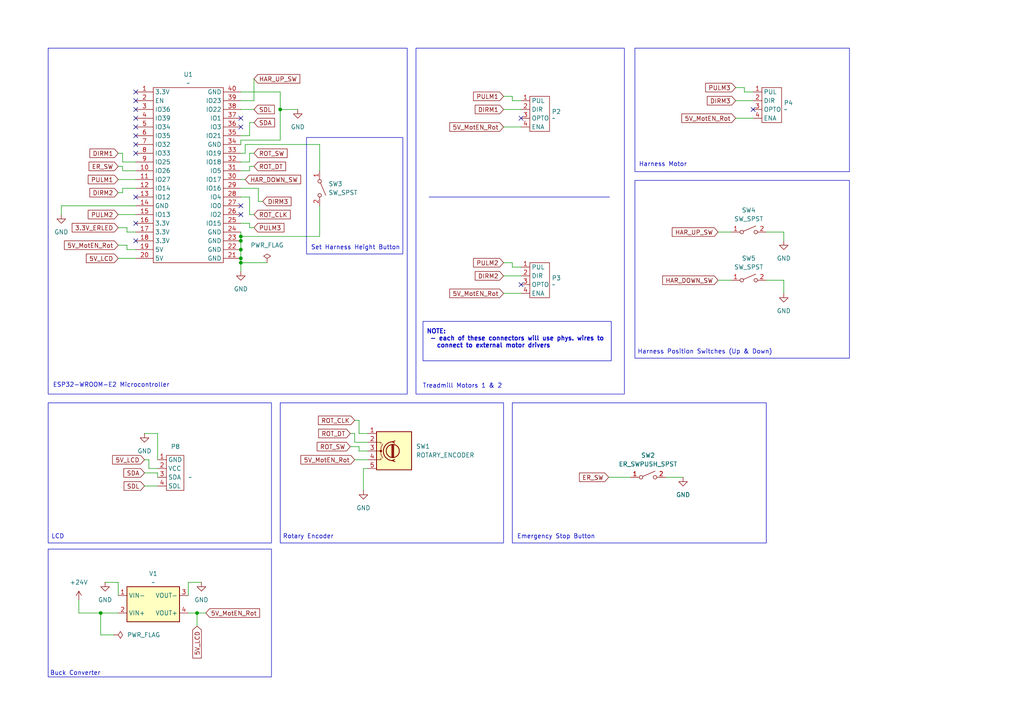
<source format=kicad_sch>
(kicad_sch
	(version 20231120)
	(generator "eeschema")
	(generator_version "8.0")
	(uuid "31e95201-a885-4328-a835-e8caa8686a73")
	(paper "A4")
	(title_block
		(title "25005 Electrical UI Subsystem Schematic")
		(date "2025-01-31")
		(rev "B")
		(comment 1 "Authors: Alicia Enriquez, Juan Campista")
		(comment 2 "Department of Biomedical Engineering")
		(comment 3 "University of Arizona")
	)
	(lib_symbols
		(symbol "25005 Components:4PIN_F_CONN_LCD"
			(exclude_from_sim no)
			(in_bom yes)
			(on_board yes)
			(property "Reference" "P"
				(at 0 0 0)
				(effects
					(font
						(size 1.27 1.27)
					)
				)
			)
			(property "Value" ""
				(at 0 0 0)
				(effects
					(font
						(size 1.27 1.27)
					)
				)
			)
			(property "Footprint" ""
				(at 0 0 0)
				(effects
					(font
						(size 1.27 1.27)
					)
					(hide yes)
				)
			)
			(property "Datasheet" ""
				(at 0 0 0)
				(effects
					(font
						(size 1.27 1.27)
					)
					(hide yes)
				)
			)
			(property "Description" ""
				(at 0 0 0)
				(effects
					(font
						(size 1.27 1.27)
					)
					(hide yes)
				)
			)
			(symbol "4PIN_F_CONN_LCD_0_1"
				(rectangle
					(start -2.54 -1.27)
					(end 2.54 -11.43)
					(stroke
						(width 0)
						(type default)
					)
					(fill
						(type none)
					)
				)
			)
			(symbol "4PIN_F_CONN_LCD_1_1"
				(pin power_in line
					(at -5.08 -2.54 0)
					(length 2.54)
					(name "GND"
						(effects
							(font
								(size 1.27 1.27)
							)
						)
					)
					(number "1"
						(effects
							(font
								(size 1.27 1.27)
							)
						)
					)
				)
				(pin power_in line
					(at -5.08 -5.08 0)
					(length 2.54)
					(name "VCC"
						(effects
							(font
								(size 1.27 1.27)
							)
						)
					)
					(number "2"
						(effects
							(font
								(size 1.27 1.27)
							)
						)
					)
				)
				(pin input line
					(at -5.08 -7.62 0)
					(length 2.54)
					(name "SDA"
						(effects
							(font
								(size 1.27 1.27)
							)
						)
					)
					(number "3"
						(effects
							(font
								(size 1.27 1.27)
							)
						)
					)
				)
				(pin input line
					(at -5.08 -10.16 0)
					(length 2.54)
					(name "SDL"
						(effects
							(font
								(size 1.27 1.27)
							)
						)
					)
					(number "4"
						(effects
							(font
								(size 1.27 1.27)
							)
						)
					)
				)
			)
		)
		(symbol "25005 Components:4PIN_F_CONN_MD"
			(exclude_from_sim no)
			(in_bom yes)
			(on_board yes)
			(property "Reference" "P"
				(at 0 0 0)
				(effects
					(font
						(size 1.27 1.27)
					)
				)
			)
			(property "Value" ""
				(at 0 0 0)
				(effects
					(font
						(size 1.27 1.27)
					)
				)
			)
			(property "Footprint" ""
				(at 0 0 0)
				(effects
					(font
						(size 1.27 1.27)
					)
					(hide yes)
				)
			)
			(property "Datasheet" ""
				(at 0 0 0)
				(effects
					(font
						(size 1.27 1.27)
					)
					(hide yes)
				)
			)
			(property "Description" ""
				(at 0 0 0)
				(effects
					(font
						(size 1.27 1.27)
					)
					(hide yes)
				)
			)
			(symbol "4PIN_F_CONN_MD_0_1"
				(rectangle
					(start -2.54 -1.27)
					(end 3.175 -11.43)
					(stroke
						(width 0)
						(type default)
					)
					(fill
						(type none)
					)
				)
			)
			(symbol "4PIN_F_CONN_MD_1_1"
				(pin input line
					(at -5.08 -2.54 0)
					(length 2.54)
					(name "PUL"
						(effects
							(font
								(size 1.27 1.27)
							)
						)
					)
					(number "1"
						(effects
							(font
								(size 1.27 1.27)
							)
						)
					)
				)
				(pin passive line
					(at -5.08 -5.08 0)
					(length 2.54)
					(name "DIR"
						(effects
							(font
								(size 1.27 1.27)
							)
						)
					)
					(number "2"
						(effects
							(font
								(size 1.27 1.27)
							)
						)
					)
				)
				(pin input line
					(at -5.08 -7.62 0)
					(length 2.54)
					(name "OPTO"
						(effects
							(font
								(size 1.27 1.27)
							)
						)
					)
					(number "3"
						(effects
							(font
								(size 1.27 1.27)
							)
						)
					)
				)
				(pin input line
					(at -5.08 -10.16 0)
					(length 2.54)
					(name "ENA"
						(effects
							(font
								(size 1.27 1.27)
							)
						)
					)
					(number "4"
						(effects
							(font
								(size 1.27 1.27)
							)
						)
					)
				)
			)
		)
		(symbol "25005 Components:BUCK_CONV"
			(exclude_from_sim no)
			(in_bom yes)
			(on_board yes)
			(property "Reference" "V"
				(at 0 0 0)
				(effects
					(font
						(size 1.27 1.27)
					)
				)
			)
			(property "Value" ""
				(at 0 0 0)
				(effects
					(font
						(size 1.27 1.27)
					)
				)
			)
			(property "Footprint" ""
				(at 0 0 0)
				(effects
					(font
						(size 1.27 1.27)
					)
					(hide yes)
				)
			)
			(property "Datasheet" ""
				(at 0 0 0)
				(effects
					(font
						(size 1.27 1.27)
					)
					(hide yes)
				)
			)
			(property "Description" ""
				(at 0 0 0)
				(effects
					(font
						(size 1.27 1.27)
					)
					(hide yes)
				)
			)
			(symbol "BUCK_CONV_0_1"
				(rectangle
					(start -7.62 -1.27)
					(end 7.62 -11.43)
					(stroke
						(width 0.254)
						(type default)
					)
					(fill
						(type background)
					)
				)
			)
			(symbol "BUCK_CONV_1_1"
				(pin power_in line
					(at -10.16 -3.81 0)
					(length 2.54)
					(name "VIN-"
						(effects
							(font
								(size 1.27 1.27)
							)
						)
					)
					(number "1"
						(effects
							(font
								(size 1.27 1.27)
							)
						)
					)
				)
				(pin power_in line
					(at -10.16 -8.89 0)
					(length 2.54)
					(name "VIN+"
						(effects
							(font
								(size 1.27 1.27)
							)
						)
					)
					(number "2"
						(effects
							(font
								(size 1.27 1.27)
							)
						)
					)
				)
				(pin power_out line
					(at 10.16 -3.81 180)
					(length 2.54)
					(name "VOUT-"
						(effects
							(font
								(size 1.27 1.27)
							)
						)
					)
					(number "3"
						(effects
							(font
								(size 1.27 1.27)
							)
						)
					)
				)
				(pin power_in line
					(at 10.16 -8.89 180)
					(length 2.54)
					(name "VOUT+"
						(effects
							(font
								(size 1.27 1.27)
							)
						)
					)
					(number "4"
						(effects
							(font
								(size 1.27 1.27)
							)
						)
					)
				)
			)
		)
		(symbol "25005 Components:ER_SWPUSH_SPST"
			(pin_names
				(offset 0) hide)
			(exclude_from_sim no)
			(in_bom yes)
			(on_board yes)
			(property "Reference" "SW"
				(at 0 10.16 0)
				(effects
					(font
						(size 1.27 1.27)
					)
				)
			)
			(property "Value" "ER_SWPUSH_SPST"
				(at 0.254 -18.542 0)
				(effects
					(font
						(size 1.27 1.27)
					)
				)
			)
			(property "Footprint" ""
				(at 0 5.08 0)
				(effects
					(font
						(size 1.27 1.27)
					)
					(hide yes)
				)
			)
			(property "Datasheet" "~"
				(at 19.304 -7.366 0)
				(effects
					(font
						(size 1.27 1.27)
					)
					(hide yes)
				)
			)
			(property "Description" "Momentary Switch, dual pole double throw"
				(at 35.052 -12.192 0)
				(effects
					(font
						(size 1.27 1.27)
					)
					(hide yes)
				)
			)
			(property "ki_keywords" "switch dual-pole double-throw spdt ON-ON"
				(at 0 0 0)
				(effects
					(font
						(size 1.27 1.27)
					)
					(hide yes)
				)
			)
			(symbol "ER_SWPUSH_SPST_0_1"
				(circle
					(center -2.032 0)
					(radius 0.508)
					(stroke
						(width 0)
						(type default)
					)
					(fill
						(type none)
					)
				)
				(polyline
					(pts
						(xy -1.524 0.254) (xy 2.032 1.778)
					)
					(stroke
						(width 0)
						(type default)
					)
					(fill
						(type none)
					)
				)
				(circle
					(center 2.032 0)
					(radius 0.508)
					(stroke
						(width 0)
						(type default)
					)
					(fill
						(type none)
					)
				)
				(pin passive line
					(at -5.08 0 0)
					(length 2.54)
					(name "1"
						(effects
							(font
								(size 1.27 1.27)
							)
						)
					)
					(number "1"
						(effects
							(font
								(size 1.27 1.27)
							)
						)
					)
				)
				(pin passive line
					(at 5.08 0 180)
					(length 2.54)
					(name "2"
						(effects
							(font
								(size 1.27 1.27)
							)
						)
					)
					(number "2"
						(effects
							(font
								(size 1.27 1.27)
							)
						)
					)
				)
			)
		)
		(symbol "25005 Components:ESP32_WROOM_32E_U"
			(exclude_from_sim no)
			(in_bom yes)
			(on_board yes)
			(property "Reference" "U"
				(at 0 22.606 0)
				(effects
					(font
						(size 1.27 1.27)
					)
				)
			)
			(property "Value" ""
				(at 0 22.606 0)
				(effects
					(font
						(size 1.27 1.27)
					)
				)
			)
			(property "Footprint" ""
				(at 0 22.606 0)
				(effects
					(font
						(size 1.27 1.27)
					)
					(hide yes)
				)
			)
			(property "Datasheet" ""
				(at 0 22.606 0)
				(effects
					(font
						(size 1.27 1.27)
					)
					(hide yes)
				)
			)
			(property "Description" ""
				(at 0 22.606 0)
				(effects
					(font
						(size 1.27 1.27)
					)
					(hide yes)
				)
			)
			(symbol "ESP32_WROOM_32E_U_0_1"
				(rectangle
					(start -10.16 20.32)
					(end 10.16 -30.48)
					(stroke
						(width 0)
						(type default)
					)
					(fill
						(type none)
					)
				)
			)
			(symbol "ESP32_WROOM_32E_U_1_1"
				(pin power_out line
					(at -15.24 19.05 0)
					(length 5.08)
					(name "3.3V"
						(effects
							(font
								(size 1.27 1.27)
							)
						)
					)
					(number "1"
						(effects
							(font
								(size 1.27 1.27)
							)
						)
					)
				)
				(pin bidirectional line
					(at -15.24 -3.81 0)
					(length 5.08)
					(name "IO26"
						(effects
							(font
								(size 1.27 1.27)
							)
						)
					)
					(number "10"
						(effects
							(font
								(size 1.27 1.27)
							)
						)
					)
				)
				(pin bidirectional line
					(at -15.24 -6.35 0)
					(length 5.08)
					(name "IO27"
						(effects
							(font
								(size 1.27 1.27)
							)
						)
					)
					(number "11"
						(effects
							(font
								(size 1.27 1.27)
							)
						)
					)
				)
				(pin bidirectional line
					(at -15.24 -8.89 0)
					(length 5.08)
					(name "IO14"
						(effects
							(font
								(size 1.27 1.27)
							)
						)
					)
					(number "12"
						(effects
							(font
								(size 1.27 1.27)
							)
						)
					)
				)
				(pin bidirectional line
					(at -15.24 -11.43 0)
					(length 5.08)
					(name "IO12"
						(effects
							(font
								(size 1.27 1.27)
							)
						)
					)
					(number "13"
						(effects
							(font
								(size 1.27 1.27)
							)
						)
					)
				)
				(pin power_in line
					(at -15.24 -13.97 0)
					(length 5.08)
					(name "GND"
						(effects
							(font
								(size 1.27 1.27)
							)
						)
					)
					(number "14"
						(effects
							(font
								(size 1.27 1.27)
							)
						)
					)
				)
				(pin bidirectional line
					(at -15.24 -16.51 0)
					(length 5.08)
					(name "IO13"
						(effects
							(font
								(size 1.27 1.27)
							)
						)
					)
					(number "15"
						(effects
							(font
								(size 1.27 1.27)
							)
						)
					)
				)
				(pin power_out line
					(at -15.24 -19.05 0)
					(length 5.08)
					(name "3.3V"
						(effects
							(font
								(size 1.27 1.27)
							)
						)
					)
					(number "16"
						(effects
							(font
								(size 1.27 1.27)
							)
						)
					)
				)
				(pin power_out line
					(at -15.24 -21.59 0)
					(length 5.08)
					(name "3.3V"
						(effects
							(font
								(size 1.27 1.27)
							)
						)
					)
					(number "17"
						(effects
							(font
								(size 1.27 1.27)
							)
						)
					)
				)
				(pin power_out line
					(at -15.24 -24.13 0)
					(length 5.08)
					(name "3.3V"
						(effects
							(font
								(size 1.27 1.27)
							)
						)
					)
					(number "18"
						(effects
							(font
								(size 1.27 1.27)
							)
						)
					)
				)
				(pin power_out line
					(at -15.24 -26.67 0)
					(length 5.08)
					(name "5V"
						(effects
							(font
								(size 1.27 1.27)
							)
						)
					)
					(number "19"
						(effects
							(font
								(size 1.27 1.27)
							)
						)
					)
				)
				(pin input line
					(at -15.24 16.51 0)
					(length 5.08)
					(name "EN"
						(effects
							(font
								(size 1.27 1.27)
							)
						)
					)
					(number "2"
						(effects
							(font
								(size 1.27 1.27)
							)
						)
					)
				)
				(pin power_out line
					(at -15.24 -29.21 0)
					(length 5.08)
					(name "5V"
						(effects
							(font
								(size 1.27 1.27)
							)
						)
					)
					(number "20"
						(effects
							(font
								(size 1.27 1.27)
							)
						)
					)
				)
				(pin power_in line
					(at 15.24 -29.21 180)
					(length 5.08)
					(name "GND"
						(effects
							(font
								(size 1.27 1.27)
							)
						)
					)
					(number "21"
						(effects
							(font
								(size 1.27 1.27)
							)
						)
					)
				)
				(pin power_in line
					(at 15.24 -26.67 180)
					(length 5.08)
					(name "GND"
						(effects
							(font
								(size 1.27 1.27)
							)
						)
					)
					(number "22"
						(effects
							(font
								(size 1.27 1.27)
							)
						)
					)
				)
				(pin power_in line
					(at 15.24 -24.13 180)
					(length 5.08)
					(name "GND"
						(effects
							(font
								(size 1.27 1.27)
							)
						)
					)
					(number "23"
						(effects
							(font
								(size 1.27 1.27)
							)
						)
					)
				)
				(pin power_in line
					(at 15.24 -21.59 180)
					(length 5.08)
					(name "GND"
						(effects
							(font
								(size 1.27 1.27)
							)
						)
					)
					(number "24"
						(effects
							(font
								(size 1.27 1.27)
							)
						)
					)
				)
				(pin bidirectional line
					(at 15.24 -19.05 180)
					(length 5.08)
					(name "IO15"
						(effects
							(font
								(size 1.27 1.27)
							)
						)
					)
					(number "25"
						(effects
							(font
								(size 1.27 1.27)
							)
						)
					)
				)
				(pin bidirectional line
					(at 15.24 -16.51 180)
					(length 5.08)
					(name "IO2"
						(effects
							(font
								(size 1.27 1.27)
							)
						)
					)
					(number "26"
						(effects
							(font
								(size 1.27 1.27)
							)
						)
					)
				)
				(pin bidirectional line
					(at 15.24 -13.97 180)
					(length 5.08)
					(name "IO0"
						(effects
							(font
								(size 1.27 1.27)
							)
						)
					)
					(number "27"
						(effects
							(font
								(size 1.27 1.27)
							)
						)
					)
				)
				(pin bidirectional line
					(at 15.24 -11.43 180)
					(length 5.08)
					(name "IO4"
						(effects
							(font
								(size 1.27 1.27)
							)
						)
					)
					(number "28"
						(effects
							(font
								(size 1.27 1.27)
							)
						)
					)
				)
				(pin bidirectional line
					(at 15.24 -8.89 180)
					(length 5.08)
					(name "IO16"
						(effects
							(font
								(size 1.27 1.27)
							)
						)
					)
					(number "29"
						(effects
							(font
								(size 1.27 1.27)
							)
						)
					)
				)
				(pin bidirectional line
					(at -15.24 13.97 0)
					(length 5.08)
					(name "IO36"
						(effects
							(font
								(size 1.27 1.27)
							)
						)
					)
					(number "3"
						(effects
							(font
								(size 1.27 1.27)
							)
						)
					)
				)
				(pin bidirectional line
					(at 15.24 -6.35 180)
					(length 5.08)
					(name "IO17"
						(effects
							(font
								(size 1.27 1.27)
							)
						)
					)
					(number "30"
						(effects
							(font
								(size 1.27 1.27)
							)
						)
					)
				)
				(pin bidirectional line
					(at 15.24 -3.81 180)
					(length 5.08)
					(name "IO5"
						(effects
							(font
								(size 1.27 1.27)
							)
						)
					)
					(number "31"
						(effects
							(font
								(size 1.27 1.27)
							)
						)
					)
				)
				(pin bidirectional line
					(at 15.24 -1.27 180)
					(length 5.08)
					(name "IO18"
						(effects
							(font
								(size 1.27 1.27)
							)
						)
					)
					(number "32"
						(effects
							(font
								(size 1.27 1.27)
							)
						)
					)
				)
				(pin bidirectional line
					(at 15.24 1.27 180)
					(length 5.08)
					(name "IO19"
						(effects
							(font
								(size 1.27 1.27)
							)
						)
					)
					(number "33"
						(effects
							(font
								(size 1.27 1.27)
							)
						)
					)
				)
				(pin power_in line
					(at 15.24 3.81 180)
					(length 5.08)
					(name "GND"
						(effects
							(font
								(size 1.27 1.27)
							)
						)
					)
					(number "34"
						(effects
							(font
								(size 1.27 1.27)
							)
						)
					)
				)
				(pin bidirectional line
					(at 15.24 6.35 180)
					(length 5.08)
					(name "IO21"
						(effects
							(font
								(size 1.27 1.27)
							)
						)
					)
					(number "35"
						(effects
							(font
								(size 1.27 1.27)
							)
						)
					)
				)
				(pin bidirectional line
					(at 15.24 8.89 180)
					(length 5.08)
					(name "IO3"
						(effects
							(font
								(size 1.27 1.27)
							)
						)
					)
					(number "36"
						(effects
							(font
								(size 1.27 1.27)
							)
						)
					)
				)
				(pin bidirectional line
					(at 15.24 11.43 180)
					(length 5.08)
					(name "IO1"
						(effects
							(font
								(size 1.27 1.27)
							)
						)
					)
					(number "37"
						(effects
							(font
								(size 1.27 1.27)
							)
						)
					)
				)
				(pin bidirectional line
					(at 15.24 13.97 180)
					(length 5.08)
					(name "IO22"
						(effects
							(font
								(size 1.27 1.27)
							)
						)
					)
					(number "38"
						(effects
							(font
								(size 1.27 1.27)
							)
						)
					)
				)
				(pin bidirectional line
					(at 15.24 16.51 180)
					(length 5.08)
					(name "IO23"
						(effects
							(font
								(size 1.27 1.27)
							)
						)
					)
					(number "39"
						(effects
							(font
								(size 1.27 1.27)
							)
						)
					)
				)
				(pin bidirectional line
					(at -15.24 11.43 0)
					(length 5.08)
					(name "IO39"
						(effects
							(font
								(size 1.27 1.27)
							)
						)
					)
					(number "4"
						(effects
							(font
								(size 1.27 1.27)
							)
						)
					)
				)
				(pin power_in line
					(at 15.24 19.05 180)
					(length 5.08)
					(name "GND"
						(effects
							(font
								(size 1.27 1.27)
							)
						)
					)
					(number "40"
						(effects
							(font
								(size 1.27 1.27)
							)
						)
					)
				)
				(pin bidirectional line
					(at -15.24 8.89 0)
					(length 5.08)
					(name "IO34"
						(effects
							(font
								(size 1.27 1.27)
							)
						)
					)
					(number "5"
						(effects
							(font
								(size 1.27 1.27)
							)
						)
					)
				)
				(pin bidirectional line
					(at -15.24 6.35 0)
					(length 5.08)
					(name "IO35"
						(effects
							(font
								(size 1.27 1.27)
							)
						)
					)
					(number "6"
						(effects
							(font
								(size 1.27 1.27)
							)
						)
					)
				)
				(pin bidirectional line
					(at -15.24 3.81 0)
					(length 5.08)
					(name "IO32"
						(effects
							(font
								(size 1.27 1.27)
							)
						)
					)
					(number "7"
						(effects
							(font
								(size 1.27 1.27)
							)
						)
					)
				)
				(pin bidirectional line
					(at -15.24 1.27 0)
					(length 5.08)
					(name "IO33"
						(effects
							(font
								(size 1.27 1.27)
							)
						)
					)
					(number "8"
						(effects
							(font
								(size 1.27 1.27)
							)
						)
					)
				)
				(pin bidirectional line
					(at -15.24 -1.27 0)
					(length 5.08)
					(name "IO25"
						(effects
							(font
								(size 1.27 1.27)
							)
						)
					)
					(number "9"
						(effects
							(font
								(size 1.27 1.27)
							)
						)
					)
				)
			)
		)
		(symbol "25005 Components:GND"
			(power)
			(pin_numbers hide)
			(pin_names
				(offset 0) hide)
			(exclude_from_sim no)
			(in_bom yes)
			(on_board yes)
			(property "Reference" "#PWR"
				(at 0 -6.35 0)
				(effects
					(font
						(size 1.27 1.27)
					)
					(hide yes)
				)
			)
			(property "Value" "GND"
				(at 0 -3.81 0)
				(effects
					(font
						(size 1.27 1.27)
					)
				)
			)
			(property "Footprint" ""
				(at 0 0 0)
				(effects
					(font
						(size 1.27 1.27)
					)
					(hide yes)
				)
			)
			(property "Datasheet" ""
				(at 0 0 0)
				(effects
					(font
						(size 1.27 1.27)
					)
					(hide yes)
				)
			)
			(property "Description" "Power symbol creates a global label with name \"GND\" , ground"
				(at 0 0 0)
				(effects
					(font
						(size 1.27 1.27)
					)
					(hide yes)
				)
			)
			(property "ki_keywords" "global power"
				(at 0 0 0)
				(effects
					(font
						(size 1.27 1.27)
					)
					(hide yes)
				)
			)
			(symbol "GND_0_1"
				(polyline
					(pts
						(xy 0 0) (xy 0 -1.27) (xy 1.27 -1.27) (xy 0 -2.54) (xy -1.27 -1.27) (xy 0 -1.27)
					)
					(stroke
						(width 0)
						(type default)
					)
					(fill
						(type none)
					)
				)
			)
			(symbol "GND_1_1"
				(pin power_in line
					(at 0 0 270)
					(length 0)
					(name "~"
						(effects
							(font
								(size 1.27 1.27)
							)
						)
					)
					(number "1"
						(effects
							(font
								(size 1.27 1.27)
							)
						)
					)
				)
			)
		)
		(symbol "25005 Components:ROTARY_ENCODER"
			(pin_names
				(offset 0.254) hide)
			(exclude_from_sim no)
			(in_bom yes)
			(on_board yes)
			(property "Reference" "SW"
				(at 0 6.604 0)
				(effects
					(font
						(size 1.27 1.27)
					)
				)
			)
			(property "Value" "ROTARY_ENCODER"
				(at 0 -6.604 0)
				(effects
					(font
						(size 1.27 1.27)
					)
				)
			)
			(property "Footprint" ""
				(at -3.81 4.064 0)
				(effects
					(font
						(size 1.27 1.27)
					)
					(hide yes)
				)
			)
			(property "Datasheet" "~"
				(at 0 6.604 0)
				(effects
					(font
						(size 1.27 1.27)
					)
					(hide yes)
				)
			)
			(property "Description" "Rotary encoder"
				(at 0 -12.7 0)
				(effects
					(font
						(size 1.27 1.27)
					)
					(hide yes)
				)
			)
			(property "ki_keywords" "rotary switch encoder"
				(at 0 0 0)
				(effects
					(font
						(size 1.27 1.27)
					)
					(hide yes)
				)
			)
			(property "ki_fp_filters" "RotaryEncoder*"
				(at 0 0 0)
				(effects
					(font
						(size 1.27 1.27)
					)
					(hide yes)
				)
			)
			(symbol "ROTARY_ENCODER_0_1"
				(rectangle
					(start -5.08 5.588)
					(end 5.08 -5.461)
					(stroke
						(width 0.254)
						(type default)
					)
					(fill
						(type background)
					)
				)
				(circle
					(center -3.81 0)
					(radius 0.254)
					(stroke
						(width 0)
						(type default)
					)
					(fill
						(type outline)
					)
				)
				(circle
					(center -0.381 0)
					(radius 1.905)
					(stroke
						(width 0.254)
						(type default)
					)
					(fill
						(type none)
					)
				)
				(arc
					(start -0.381 2.667)
					(mid -3.0988 -0.0635)
					(end -0.381 -2.794)
					(stroke
						(width 0.254)
						(type default)
					)
					(fill
						(type none)
					)
				)
				(polyline
					(pts
						(xy -0.635 -1.778) (xy -0.635 1.778)
					)
					(stroke
						(width 0.254)
						(type default)
					)
					(fill
						(type none)
					)
				)
				(polyline
					(pts
						(xy -0.381 -1.778) (xy -0.381 1.778)
					)
					(stroke
						(width 0.254)
						(type default)
					)
					(fill
						(type none)
					)
				)
				(polyline
					(pts
						(xy -0.127 1.778) (xy -0.127 -1.778)
					)
					(stroke
						(width 0.254)
						(type default)
					)
					(fill
						(type none)
					)
				)
				(polyline
					(pts
						(xy -5.08 -2.54) (xy -3.81 -2.54) (xy -3.81 -2.032)
					)
					(stroke
						(width 0)
						(type default)
					)
					(fill
						(type none)
					)
				)
				(polyline
					(pts
						(xy -5.08 2.54) (xy -3.81 2.54) (xy -3.81 2.032)
					)
					(stroke
						(width 0)
						(type default)
					)
					(fill
						(type none)
					)
				)
				(polyline
					(pts
						(xy 0.254 -3.048) (xy -0.508 -2.794) (xy 0.127 -2.413)
					)
					(stroke
						(width 0.254)
						(type default)
					)
					(fill
						(type none)
					)
				)
				(polyline
					(pts
						(xy 0.254 2.921) (xy -0.508 2.667) (xy 0.127 2.286)
					)
					(stroke
						(width 0.254)
						(type default)
					)
					(fill
						(type none)
					)
				)
				(polyline
					(pts
						(xy -5.08 0) (xy -3.81 0) (xy -3.81 -1.016) (xy -3.302 -2.032)
					)
					(stroke
						(width 0)
						(type default)
					)
					(fill
						(type none)
					)
				)
				(polyline
					(pts
						(xy -4.318 0) (xy -3.81 0) (xy -3.81 1.016) (xy -3.302 2.032)
					)
					(stroke
						(width 0)
						(type default)
					)
					(fill
						(type none)
					)
				)
			)
			(symbol "ROTARY_ENCODER_1_1"
				(pin passive line
					(at -7.62 5.08 0)
					(length 2.54)
					(name "CLK"
						(effects
							(font
								(size 1.27 1.27)
							)
						)
					)
					(number "1"
						(effects
							(font
								(size 1.27 1.27)
							)
						)
					)
				)
				(pin passive line
					(at -7.62 2.54 0)
					(length 2.54)
					(name "DT"
						(effects
							(font
								(size 1.27 1.27)
							)
						)
					)
					(number "2"
						(effects
							(font
								(size 1.27 1.27)
							)
						)
					)
				)
				(pin passive line
					(at -7.62 0 0)
					(length 2.54)
					(name "SW"
						(effects
							(font
								(size 1.27 1.27)
							)
						)
					)
					(number "3"
						(effects
							(font
								(size 1.27 1.27)
							)
						)
					)
				)
				(pin power_in line
					(at -7.62 -2.54 0)
					(length 2.54)
					(name "5V"
						(effects
							(font
								(size 1.27 1.27)
							)
						)
					)
					(number "4"
						(effects
							(font
								(size 1.27 1.27)
							)
						)
					)
				)
				(pin power_in line
					(at -7.62 -5.08 0)
					(length 2.54)
					(name "GND"
						(effects
							(font
								(size 1.27 1.27)
							)
						)
					)
					(number "5"
						(effects
							(font
								(size 1.27 1.27)
							)
						)
					)
				)
			)
		)
		(symbol "25005 Components:SW_SPST"
			(pin_names
				(offset 1.016) hide)
			(exclude_from_sim no)
			(in_bom yes)
			(on_board yes)
			(property "Reference" "SW"
				(at 0 6.35 0)
				(effects
					(font
						(size 1.27 1.27)
					)
				)
			)
			(property "Value" "SW_SPST"
				(at 0.254 0 0)
				(effects
					(font
						(size 1.27 1.27)
					)
				)
			)
			(property "Footprint" ""
				(at 0 7.62 0)
				(effects
					(font
						(size 1.27 1.27)
					)
					(hide yes)
				)
			)
			(property "Datasheet" "~"
				(at 0 -6.35 0)
				(effects
					(font
						(size 1.27 1.27)
					)
					(hide yes)
				)
			)
			(property "Description" "Single Pole Single Throw (SPST) switch with LED, generic"
				(at -1.27 -7.874 0)
				(effects
					(font
						(size 1.27 1.27)
					)
					(hide yes)
				)
			)
			(property "ki_keywords" "switch SPST LED OFF-ON"
				(at 0 0 0)
				(effects
					(font
						(size 1.27 1.27)
					)
					(hide yes)
				)
			)
			(symbol "SW_SPST_0_1"
				(circle
					(center -2.032 2.54)
					(radius 0.508)
					(stroke
						(width 0)
						(type default)
					)
					(fill
						(type none)
					)
				)
				(polyline
					(pts
						(xy -1.524 2.794) (xy 2.032 4.318)
					)
					(stroke
						(width 0)
						(type default)
					)
					(fill
						(type none)
					)
				)
				(circle
					(center 2.032 2.54)
					(radius 0.508)
					(stroke
						(width 0)
						(type default)
					)
					(fill
						(type none)
					)
				)
				(pin passive line
					(at -5.08 2.54 0)
					(length 2.54)
					(name "1"
						(effects
							(font
								(size 1.27 1.27)
							)
						)
					)
					(number "1"
						(effects
							(font
								(size 1.27 1.27)
							)
						)
					)
				)
				(pin passive line
					(at 5.08 2.54 180)
					(length 2.54)
					(name "2"
						(effects
							(font
								(size 1.27 1.27)
							)
						)
					)
					(number "2"
						(effects
							(font
								(size 1.27 1.27)
							)
						)
					)
				)
			)
		)
		(symbol "power:+24V"
			(power)
			(pin_numbers hide)
			(pin_names
				(offset 0) hide)
			(exclude_from_sim no)
			(in_bom yes)
			(on_board yes)
			(property "Reference" "#PWR"
				(at 0 -3.81 0)
				(effects
					(font
						(size 1.27 1.27)
					)
					(hide yes)
				)
			)
			(property "Value" "+24V"
				(at 0 3.556 0)
				(effects
					(font
						(size 1.27 1.27)
					)
				)
			)
			(property "Footprint" ""
				(at 0 0 0)
				(effects
					(font
						(size 1.27 1.27)
					)
					(hide yes)
				)
			)
			(property "Datasheet" ""
				(at 0 0 0)
				(effects
					(font
						(size 1.27 1.27)
					)
					(hide yes)
				)
			)
			(property "Description" "Power symbol creates a global label with name \"+24V\""
				(at 0 0 0)
				(effects
					(font
						(size 1.27 1.27)
					)
					(hide yes)
				)
			)
			(property "ki_keywords" "global power"
				(at 0 0 0)
				(effects
					(font
						(size 1.27 1.27)
					)
					(hide yes)
				)
			)
			(symbol "+24V_0_1"
				(polyline
					(pts
						(xy -0.762 1.27) (xy 0 2.54)
					)
					(stroke
						(width 0)
						(type default)
					)
					(fill
						(type none)
					)
				)
				(polyline
					(pts
						(xy 0 0) (xy 0 2.54)
					)
					(stroke
						(width 0)
						(type default)
					)
					(fill
						(type none)
					)
				)
				(polyline
					(pts
						(xy 0 2.54) (xy 0.762 1.27)
					)
					(stroke
						(width 0)
						(type default)
					)
					(fill
						(type none)
					)
				)
			)
			(symbol "+24V_1_1"
				(pin power_in line
					(at 0 0 90)
					(length 0)
					(name "~"
						(effects
							(font
								(size 1.27 1.27)
							)
						)
					)
					(number "1"
						(effects
							(font
								(size 1.27 1.27)
							)
						)
					)
				)
			)
		)
		(symbol "power:PWR_FLAG"
			(power)
			(pin_numbers hide)
			(pin_names
				(offset 0) hide)
			(exclude_from_sim no)
			(in_bom yes)
			(on_board yes)
			(property "Reference" "#FLG"
				(at 0 1.905 0)
				(effects
					(font
						(size 1.27 1.27)
					)
					(hide yes)
				)
			)
			(property "Value" "PWR_FLAG"
				(at 0 3.81 0)
				(effects
					(font
						(size 1.27 1.27)
					)
				)
			)
			(property "Footprint" ""
				(at 0 0 0)
				(effects
					(font
						(size 1.27 1.27)
					)
					(hide yes)
				)
			)
			(property "Datasheet" "~"
				(at 0 0 0)
				(effects
					(font
						(size 1.27 1.27)
					)
					(hide yes)
				)
			)
			(property "Description" "Special symbol for telling ERC where power comes from"
				(at 0 0 0)
				(effects
					(font
						(size 1.27 1.27)
					)
					(hide yes)
				)
			)
			(property "ki_keywords" "flag power"
				(at 0 0 0)
				(effects
					(font
						(size 1.27 1.27)
					)
					(hide yes)
				)
			)
			(symbol "PWR_FLAG_0_0"
				(pin power_out line
					(at 0 0 90)
					(length 0)
					(name "~"
						(effects
							(font
								(size 1.27 1.27)
							)
						)
					)
					(number "1"
						(effects
							(font
								(size 1.27 1.27)
							)
						)
					)
				)
			)
			(symbol "PWR_FLAG_0_1"
				(polyline
					(pts
						(xy 0 0) (xy 0 1.27) (xy -1.016 1.905) (xy 0 2.54) (xy 1.016 1.905) (xy 0 1.27)
					)
					(stroke
						(width 0)
						(type default)
					)
					(fill
						(type none)
					)
				)
			)
		)
	)
	(junction
		(at 57.15 177.8)
		(diameter 0)
		(color 0 0 0 0)
		(uuid "0c2b5ee8-d4c8-4f34-a7fb-dddba6b65e18")
	)
	(junction
		(at 69.85 68.58)
		(diameter 0)
		(color 0 0 0 0)
		(uuid "0ed1fe58-5842-48e1-a3dc-972a4f280709")
	)
	(junction
		(at 69.85 69.85)
		(diameter 0)
		(color 0 0 0 0)
		(uuid "6fb7e5b0-6c30-48d4-8095-c2bb14a53178")
	)
	(junction
		(at 81.28 31.75)
		(diameter 0)
		(color 0 0 0 0)
		(uuid "702e0d92-1098-4418-a0af-a709f23dc2cc")
	)
	(junction
		(at 69.85 72.39)
		(diameter 0)
		(color 0 0 0 0)
		(uuid "82d61416-58d6-4944-acbe-622039f5b56a")
	)
	(junction
		(at 69.85 74.93)
		(diameter 0)
		(color 0 0 0 0)
		(uuid "88543fd9-12a7-428a-98d2-58da500d7f8f")
	)
	(junction
		(at 29.21 177.8)
		(diameter 0)
		(color 0 0 0 0)
		(uuid "a783f3ce-f012-4d46-ad15-1f5fef2dabbe")
	)
	(junction
		(at 69.85 76.2)
		(diameter 0)
		(color 0 0 0 0)
		(uuid "f2b30b09-d5ca-430a-9bce-d5d87ee83102")
	)
	(no_connect
		(at 39.37 26.67)
		(uuid "0c7d5c77-dcfb-41a3-bd20-6adb82cb8e68")
	)
	(no_connect
		(at 218.44 31.75)
		(uuid "19dc2374-5efb-4842-ab05-280b351cf3a0")
	)
	(no_connect
		(at 39.37 41.91)
		(uuid "2152d682-ca59-4f57-a448-155d748bf83e")
	)
	(no_connect
		(at 39.37 29.21)
		(uuid "2d1b0079-a43e-4118-b00d-623b3c88e1b8")
	)
	(no_connect
		(at 151.13 82.55)
		(uuid "4c466b4a-19f6-4fc9-865a-459095905cc1")
	)
	(no_connect
		(at 39.37 39.37)
		(uuid "5605cc51-1042-4521-b289-df0345d493eb")
	)
	(no_connect
		(at 39.37 64.77)
		(uuid "714ca95f-ec79-4ebb-b3a1-cb9dae7c6635")
	)
	(no_connect
		(at 39.37 36.83)
		(uuid "7c9c42f2-7a94-4dc1-ba3d-fde96c8b494e")
	)
	(no_connect
		(at 69.85 59.69)
		(uuid "825b28de-e23d-4264-88c4-532c28f997c3")
	)
	(no_connect
		(at 39.37 44.45)
		(uuid "91e06451-4acf-4450-abca-4d9f54837aa2")
	)
	(no_connect
		(at 151.13 34.29)
		(uuid "938c7625-8074-41a8-9dc1-411cc153fde9")
	)
	(no_connect
		(at 39.37 57.15)
		(uuid "a2790576-fe8e-4d65-8dcf-a60431e41c46")
	)
	(no_connect
		(at 39.37 69.85)
		(uuid "b934dd81-fceb-4235-a743-dd82badcf09e")
	)
	(no_connect
		(at 39.37 31.75)
		(uuid "bb92dd39-03f0-4caa-95f8-ddd36d146f8a")
	)
	(no_connect
		(at 39.37 34.29)
		(uuid "be2d9439-1c42-4150-ae24-06d90794fcb2")
	)
	(no_connect
		(at 69.85 36.83)
		(uuid "c5978476-8169-407b-b246-48f640a31136")
	)
	(no_connect
		(at 69.85 34.29)
		(uuid "de0899b4-0329-471a-99b1-3a764572326c")
	)
	(no_connect
		(at 69.85 62.23)
		(uuid "e69ceaba-df07-4c38-8089-0f857f88a15a")
	)
	(wire
		(pts
			(xy 92.71 59.69) (xy 92.71 68.58)
		)
		(stroke
			(width 0)
			(type default)
		)
		(uuid "012566e6-9949-4e57-97c3-ec052bbad2a3")
	)
	(wire
		(pts
			(xy 148.59 29.21) (xy 148.59 27.94)
		)
		(stroke
			(width 0)
			(type default)
		)
		(uuid "03a248e8-ffcf-4dfe-b7e2-abbd1f58532f")
	)
	(wire
		(pts
			(xy 72.39 35.56) (xy 72.39 39.37)
		)
		(stroke
			(width 0)
			(type default)
		)
		(uuid "0a25086e-c889-4fac-9c0a-df9c4e625201")
	)
	(wire
		(pts
			(xy 92.71 41.91) (xy 92.71 49.53)
		)
		(stroke
			(width 0)
			(type default)
		)
		(uuid "0d430f22-d3bb-4f74-abea-23aee835843c")
	)
	(wire
		(pts
			(xy 222.25 67.31) (xy 227.33 67.31)
		)
		(stroke
			(width 0)
			(type default)
		)
		(uuid "1061f654-2a64-44bc-bc78-f159727c4505")
	)
	(wire
		(pts
			(xy 54.61 177.8) (xy 57.15 177.8)
		)
		(stroke
			(width 0)
			(type default)
		)
		(uuid "15e5e387-e9c3-40c9-bc90-2717eae2d191")
	)
	(wire
		(pts
			(xy 43.18 133.35) (xy 43.18 135.89)
		)
		(stroke
			(width 0)
			(type default)
		)
		(uuid "1cbc21b2-4da0-469d-b139-f592bcbd431d")
	)
	(wire
		(pts
			(xy 74.93 54.61) (xy 69.85 54.61)
		)
		(stroke
			(width 0)
			(type default)
		)
		(uuid "2163ea78-a972-4589-b000-b1bacc6494ab")
	)
	(wire
		(pts
			(xy 72.39 44.45) (xy 72.39 46.99)
		)
		(stroke
			(width 0)
			(type default)
		)
		(uuid "22196164-00e5-4cf4-ae31-f2843fbb8230")
	)
	(wire
		(pts
			(xy 69.85 40.64) (xy 69.85 41.91)
		)
		(stroke
			(width 0)
			(type default)
		)
		(uuid "240262c8-4554-44e1-919e-580b368a8def")
	)
	(wire
		(pts
			(xy 72.39 44.45) (xy 73.66 44.45)
		)
		(stroke
			(width 0)
			(type default)
		)
		(uuid "2418e160-0b5c-4b01-a42a-4268284a0ac9")
	)
	(wire
		(pts
			(xy 77.47 76.2) (xy 69.85 76.2)
		)
		(stroke
			(width 0)
			(type default)
		)
		(uuid "2a34e47f-95c4-41bd-915e-4420ad1e09bc")
	)
	(wire
		(pts
			(xy 58.42 168.91) (xy 54.61 168.91)
		)
		(stroke
			(width 0)
			(type default)
		)
		(uuid "2cf3d3a6-554c-4dda-bfb7-898c50e44c5b")
	)
	(wire
		(pts
			(xy 57.15 177.8) (xy 59.69 177.8)
		)
		(stroke
			(width 0)
			(type default)
		)
		(uuid "2e780dd9-47fa-427e-8f4a-b241280e8f3d")
	)
	(wire
		(pts
			(xy 22.86 173.99) (xy 22.86 177.8)
		)
		(stroke
			(width 0)
			(type default)
		)
		(uuid "30613dbe-507d-41b7-8638-83f7a4cf7a24")
	)
	(wire
		(pts
			(xy 102.87 125.73) (xy 102.87 128.27)
		)
		(stroke
			(width 0)
			(type default)
		)
		(uuid "31cb5a62-3998-4156-961f-0216bf350a9d")
	)
	(wire
		(pts
			(xy 74.93 58.42) (xy 76.2 58.42)
		)
		(stroke
			(width 0)
			(type default)
		)
		(uuid "31f935ca-bc73-478b-a9c9-210554c22b67")
	)
	(wire
		(pts
			(xy 69.85 29.21) (xy 73.66 29.21)
		)
		(stroke
			(width 0)
			(type default)
		)
		(uuid "33a46c5c-581a-44b5-b8f3-38f5447fc5f7")
	)
	(wire
		(pts
			(xy 72.39 64.77) (xy 69.85 64.77)
		)
		(stroke
			(width 0)
			(type default)
		)
		(uuid "34b4c2ae-38bb-4e8c-b01d-4de40e02c6a0")
	)
	(wire
		(pts
			(xy 30.48 168.91) (xy 34.29 168.91)
		)
		(stroke
			(width 0)
			(type default)
		)
		(uuid "36c35b62-fcb3-4230-a233-bb5046201f85")
	)
	(wire
		(pts
			(xy 213.36 29.21) (xy 218.44 29.21)
		)
		(stroke
			(width 0)
			(type default)
		)
		(uuid "3aceae6c-3632-4525-94fc-cbaaf85cb8ab")
	)
	(wire
		(pts
			(xy 151.13 77.47) (xy 148.59 77.47)
		)
		(stroke
			(width 0)
			(type default)
		)
		(uuid "3aed8e46-02e2-47bc-8e19-765655766315")
	)
	(wire
		(pts
			(xy 36.83 71.12) (xy 34.29 71.12)
		)
		(stroke
			(width 0)
			(type default)
		)
		(uuid "3bf49258-0386-4ebc-9d92-8363b7bba56e")
	)
	(wire
		(pts
			(xy 213.36 34.29) (xy 218.44 34.29)
		)
		(stroke
			(width 0)
			(type default)
		)
		(uuid "4099d4cd-4e7b-40bb-8630-e1b1920732a6")
	)
	(wire
		(pts
			(xy 39.37 49.53) (xy 35.56 49.53)
		)
		(stroke
			(width 0)
			(type default)
		)
		(uuid "43b6ef98-d8a9-4f4d-aa59-a6d89d72b580")
	)
	(wire
		(pts
			(xy 34.29 168.91) (xy 34.29 172.72)
		)
		(stroke
			(width 0)
			(type default)
		)
		(uuid "442d94af-6f0c-42a2-a537-d4b200aaaba0")
	)
	(wire
		(pts
			(xy 146.05 80.01) (xy 151.13 80.01)
		)
		(stroke
			(width 0)
			(type default)
		)
		(uuid "479af923-a35b-4bc4-bc2a-ef2817ea9ba7")
	)
	(wire
		(pts
			(xy 72.39 62.23) (xy 73.66 62.23)
		)
		(stroke
			(width 0)
			(type default)
		)
		(uuid "47a0f838-0b32-47e4-8ffe-2efa2c820db9")
	)
	(wire
		(pts
			(xy 72.39 66.04) (xy 73.66 66.04)
		)
		(stroke
			(width 0)
			(type default)
		)
		(uuid "4b2ff4b3-7e7c-47cb-9c73-dc0aed8d0f3d")
	)
	(wire
		(pts
			(xy 104.14 129.54) (xy 101.6 129.54)
		)
		(stroke
			(width 0)
			(type default)
		)
		(uuid "4b45b6e7-2fd6-4864-9ab2-5b0452ca13f9")
	)
	(wire
		(pts
			(xy 146.05 31.75) (xy 151.13 31.75)
		)
		(stroke
			(width 0)
			(type default)
		)
		(uuid "4e1f3af1-2301-4f4e-bca3-ae01fd9feee8")
	)
	(wire
		(pts
			(xy 148.59 76.2) (xy 146.05 76.2)
		)
		(stroke
			(width 0)
			(type default)
		)
		(uuid "4e9d52a4-5035-48bf-8c51-a96badd98282")
	)
	(wire
		(pts
			(xy 71.12 44.45) (xy 71.12 41.91)
		)
		(stroke
			(width 0)
			(type default)
		)
		(uuid "525cc12a-6c2c-4d77-884b-b746c04f79d9")
	)
	(wire
		(pts
			(xy 17.78 62.23) (xy 17.78 59.69)
		)
		(stroke
			(width 0)
			(type default)
		)
		(uuid "57109760-a1fc-457a-a0d9-43f21f66f70e")
	)
	(wire
		(pts
			(xy 104.14 125.73) (xy 104.14 121.92)
		)
		(stroke
			(width 0)
			(type default)
		)
		(uuid "5756060b-69dc-471a-a60f-bce638eea721")
	)
	(wire
		(pts
			(xy 92.71 68.58) (xy 69.85 68.58)
		)
		(stroke
			(width 0)
			(type default)
		)
		(uuid "57f1c3db-bb4d-4dcc-ac19-db45300020e3")
	)
	(wire
		(pts
			(xy 72.39 48.26) (xy 73.66 48.26)
		)
		(stroke
			(width 0)
			(type default)
		)
		(uuid "584ecb1f-543c-41f3-8b70-2d017f1c9176")
	)
	(wire
		(pts
			(xy 69.85 68.58) (xy 69.85 69.85)
		)
		(stroke
			(width 0)
			(type default)
		)
		(uuid "59f47e2b-1a32-401d-9600-6d7cba6572b2")
	)
	(wire
		(pts
			(xy 81.28 31.75) (xy 81.28 40.64)
		)
		(stroke
			(width 0)
			(type default)
		)
		(uuid "61c9c0d7-1722-4fbf-a906-4d56cd23baab")
	)
	(wire
		(pts
			(xy 33.02 184.15) (xy 29.21 184.15)
		)
		(stroke
			(width 0)
			(type default)
		)
		(uuid "624f4ffc-8191-41ad-a85c-306fc526875f")
	)
	(wire
		(pts
			(xy 39.37 67.31) (xy 36.83 67.31)
		)
		(stroke
			(width 0)
			(type default)
		)
		(uuid "6652152a-9914-4985-894c-ec693e47edef")
	)
	(wire
		(pts
			(xy 69.85 67.31) (xy 69.85 68.58)
		)
		(stroke
			(width 0)
			(type default)
		)
		(uuid "69d7cc7f-120f-422b-a89e-7c333e2e09d7")
	)
	(wire
		(pts
			(xy 29.21 177.8) (xy 34.29 177.8)
		)
		(stroke
			(width 0)
			(type default)
		)
		(uuid "6a0e91ca-eb7a-4958-afb8-224a7864844b")
	)
	(wire
		(pts
			(xy 34.29 62.23) (xy 39.37 62.23)
		)
		(stroke
			(width 0)
			(type default)
		)
		(uuid "6a8d735c-1fa2-4129-8f43-fec94733c492")
	)
	(wire
		(pts
			(xy 69.85 72.39) (xy 69.85 74.93)
		)
		(stroke
			(width 0)
			(type default)
		)
		(uuid "6c4c7acf-fd5c-4220-95db-b734aa87984b")
	)
	(wire
		(pts
			(xy 208.28 67.31) (xy 212.09 67.31)
		)
		(stroke
			(width 0)
			(type default)
		)
		(uuid "6ee6fbc1-8bd9-486c-9b83-b5af9ba742ba")
	)
	(wire
		(pts
			(xy 41.91 137.16) (xy 45.72 137.16)
		)
		(stroke
			(width 0)
			(type default)
		)
		(uuid "715a7766-9794-4eae-81c7-a3c5621b7b44")
	)
	(wire
		(pts
			(xy 69.85 31.75) (xy 73.66 31.75)
		)
		(stroke
			(width 0)
			(type default)
		)
		(uuid "72b8a33b-c977-42a7-8969-92ac3f5c4b8d")
	)
	(wire
		(pts
			(xy 73.66 29.21) (xy 73.66 22.86)
		)
		(stroke
			(width 0)
			(type default)
		)
		(uuid "73e7ab5b-3cd7-4aba-a77f-9a73d1f5b53e")
	)
	(wire
		(pts
			(xy 72.39 49.53) (xy 69.85 49.53)
		)
		(stroke
			(width 0)
			(type default)
		)
		(uuid "7587ee2a-90ac-4e20-8f5d-f4fa93dac2bc")
	)
	(wire
		(pts
			(xy 148.59 27.94) (xy 146.05 27.94)
		)
		(stroke
			(width 0)
			(type default)
		)
		(uuid "78fbefc4-1b63-43c6-94f9-1456650844d1")
	)
	(wire
		(pts
			(xy 71.12 41.91) (xy 92.71 41.91)
		)
		(stroke
			(width 0)
			(type default)
		)
		(uuid "8224ef89-28b8-43f3-88d9-0ede8b35a0e7")
	)
	(wire
		(pts
			(xy 72.39 62.23) (xy 72.39 57.15)
		)
		(stroke
			(width 0)
			(type default)
		)
		(uuid "83449950-9d90-4f26-8ccc-a72b82d59245")
	)
	(wire
		(pts
			(xy 35.56 55.88) (xy 34.29 55.88)
		)
		(stroke
			(width 0)
			(type default)
		)
		(uuid "86154787-8e87-421d-b58f-5c9b85315c58")
	)
	(wire
		(pts
			(xy 17.78 59.69) (xy 39.37 59.69)
		)
		(stroke
			(width 0)
			(type default)
		)
		(uuid "8734a2ce-fc7e-4440-81d0-15237407b9e5")
	)
	(wire
		(pts
			(xy 102.87 133.35) (xy 106.68 133.35)
		)
		(stroke
			(width 0)
			(type default)
		)
		(uuid "89e273f1-96ff-4a33-9d0b-38b4b90e9e20")
	)
	(wire
		(pts
			(xy 105.41 135.89) (xy 105.41 142.24)
		)
		(stroke
			(width 0)
			(type default)
		)
		(uuid "89e8d7ff-688c-46fe-b2f7-49f5e1ed2401")
	)
	(wire
		(pts
			(xy 106.68 125.73) (xy 104.14 125.73)
		)
		(stroke
			(width 0)
			(type default)
		)
		(uuid "8e4a6838-2952-4c58-89fb-110d37499b6f")
	)
	(wire
		(pts
			(xy 36.83 72.39) (xy 36.83 71.12)
		)
		(stroke
			(width 0)
			(type default)
		)
		(uuid "900afab2-9fa5-4107-9fa6-e1301d6b24ce")
	)
	(wire
		(pts
			(xy 148.59 77.47) (xy 148.59 76.2)
		)
		(stroke
			(width 0)
			(type default)
		)
		(uuid "90450c7a-2172-4476-9637-d15fb21febb7")
	)
	(wire
		(pts
			(xy 69.85 57.15) (xy 72.39 57.15)
		)
		(stroke
			(width 0)
			(type default)
		)
		(uuid "919c5bb2-f016-47ad-8b19-583a4fa8deda")
	)
	(wire
		(pts
			(xy 35.56 44.45) (xy 35.56 46.99)
		)
		(stroke
			(width 0)
			(type default)
		)
		(uuid "94d9e669-3673-4c0c-b76a-5ca8db619e59")
	)
	(wire
		(pts
			(xy 101.6 125.73) (xy 102.87 125.73)
		)
		(stroke
			(width 0)
			(type default)
		)
		(uuid "951ab5bf-bdbd-43de-9693-52680e531c3c")
	)
	(wire
		(pts
			(xy 227.33 67.31) (xy 227.33 69.85)
		)
		(stroke
			(width 0)
			(type default)
		)
		(uuid "9b7834c4-cf42-4e22-b14a-9dc38e29365f")
	)
	(wire
		(pts
			(xy 227.33 81.28) (xy 227.33 85.09)
		)
		(stroke
			(width 0)
			(type default)
		)
		(uuid "9f43057f-96e1-48ab-9239-c9d073ddd1f7")
	)
	(wire
		(pts
			(xy 35.56 48.26) (xy 34.29 48.26)
		)
		(stroke
			(width 0)
			(type default)
		)
		(uuid "a2e23302-c7d1-4dd3-b030-a50f75ae4fc2")
	)
	(wire
		(pts
			(xy 29.21 177.8) (xy 29.21 184.15)
		)
		(stroke
			(width 0)
			(type default)
		)
		(uuid "a4dc7307-a313-48a9-ae2b-9f89df8fcd5a")
	)
	(wire
		(pts
			(xy 69.85 69.85) (xy 69.85 72.39)
		)
		(stroke
			(width 0)
			(type default)
		)
		(uuid "a51b4e96-d47f-49ec-8244-04823b13f1b4")
	)
	(wire
		(pts
			(xy 34.29 52.07) (xy 39.37 52.07)
		)
		(stroke
			(width 0)
			(type default)
		)
		(uuid "a618d1bb-cb5f-4817-a423-c64a73b4d741")
	)
	(wire
		(pts
			(xy 106.68 130.81) (xy 104.14 130.81)
		)
		(stroke
			(width 0)
			(type default)
		)
		(uuid "a678987f-cbae-491b-a553-001f21e81b1c")
	)
	(wire
		(pts
			(xy 34.29 74.93) (xy 39.37 74.93)
		)
		(stroke
			(width 0)
			(type default)
		)
		(uuid "b1a65e20-8915-45f5-868a-fec675bbc7c7")
	)
	(wire
		(pts
			(xy 69.85 44.45) (xy 71.12 44.45)
		)
		(stroke
			(width 0)
			(type default)
		)
		(uuid "b1d0a4c8-a68c-49c2-9c5a-886a679933b7")
	)
	(wire
		(pts
			(xy 69.85 26.67) (xy 81.28 26.67)
		)
		(stroke
			(width 0)
			(type default)
		)
		(uuid "b316e148-058c-40ad-9b0b-8fedd8991537")
	)
	(wire
		(pts
			(xy 81.28 40.64) (xy 69.85 40.64)
		)
		(stroke
			(width 0)
			(type default)
		)
		(uuid "b3dd8a52-4792-4527-a08e-7010bbe94000")
	)
	(wire
		(pts
			(xy 151.13 29.21) (xy 148.59 29.21)
		)
		(stroke
			(width 0)
			(type default)
		)
		(uuid "b50a75b6-9984-4a0d-8726-bc408b86ac4e")
	)
	(wire
		(pts
			(xy 208.28 81.28) (xy 212.09 81.28)
		)
		(stroke
			(width 0)
			(type default)
		)
		(uuid "b5d89d44-6ddb-43b4-9c53-df5d621d7b9e")
	)
	(wire
		(pts
			(xy 36.83 67.31) (xy 36.83 66.04)
		)
		(stroke
			(width 0)
			(type default)
		)
		(uuid "b799bef5-7bea-46a4-8cad-eb519291adeb")
	)
	(wire
		(pts
			(xy 69.85 52.07) (xy 71.12 52.07)
		)
		(stroke
			(width 0)
			(type default)
		)
		(uuid "b7cc1c80-cfd5-4e3c-bfe3-98796988de2f")
	)
	(wire
		(pts
			(xy 41.91 140.97) (xy 45.72 140.97)
		)
		(stroke
			(width 0)
			(type default)
		)
		(uuid "b91f5e7e-fbdb-4e2c-84b8-53c4319210eb")
	)
	(wire
		(pts
			(xy 86.36 31.75) (xy 81.28 31.75)
		)
		(stroke
			(width 0)
			(type default)
		)
		(uuid "b9a1bb06-0b05-4e7b-8904-58285323d0f4")
	)
	(wire
		(pts
			(xy 215.9 26.67) (xy 215.9 25.4)
		)
		(stroke
			(width 0)
			(type default)
		)
		(uuid "bef29404-9314-416f-87e4-364d79ece110")
	)
	(wire
		(pts
			(xy 36.83 66.04) (xy 34.29 66.04)
		)
		(stroke
			(width 0)
			(type default)
		)
		(uuid "bf4e4107-e7e2-4a2a-961e-ab5ee803a4b6")
	)
	(wire
		(pts
			(xy 218.44 26.67) (xy 215.9 26.67)
		)
		(stroke
			(width 0)
			(type default)
		)
		(uuid "c0876902-369c-491f-b17a-353dec305cd5")
	)
	(wire
		(pts
			(xy 35.56 49.53) (xy 35.56 48.26)
		)
		(stroke
			(width 0)
			(type default)
		)
		(uuid "c0bb7afd-06eb-4eb2-9750-16d645bb80fa")
	)
	(wire
		(pts
			(xy 45.72 125.73) (xy 45.72 133.35)
		)
		(stroke
			(width 0)
			(type default)
		)
		(uuid "c339c965-f965-48d5-a5ea-9a11d82997f7")
	)
	(wire
		(pts
			(xy 215.9 25.4) (xy 213.36 25.4)
		)
		(stroke
			(width 0)
			(type default)
		)
		(uuid "cb263606-2021-4f37-b6b2-ca38af4bb71d")
	)
	(wire
		(pts
			(xy 36.83 72.39) (xy 39.37 72.39)
		)
		(stroke
			(width 0)
			(type default)
		)
		(uuid "cc2f8421-de7a-42c5-a21b-8e9b43de9175")
	)
	(wire
		(pts
			(xy 72.39 46.99) (xy 69.85 46.99)
		)
		(stroke
			(width 0)
			(type default)
		)
		(uuid "ccccfbca-caa2-49a8-85ad-2c5d24f54e06")
	)
	(wire
		(pts
			(xy 45.72 135.89) (xy 43.18 135.89)
		)
		(stroke
			(width 0)
			(type default)
		)
		(uuid "cd9ca700-5f67-42ee-a129-6ea48797bf9b")
	)
	(wire
		(pts
			(xy 45.72 137.16) (xy 45.72 138.43)
		)
		(stroke
			(width 0)
			(type default)
		)
		(uuid "ce182803-fe25-4e3f-a77d-b1c8164842a0")
	)
	(wire
		(pts
			(xy 72.39 39.37) (xy 69.85 39.37)
		)
		(stroke
			(width 0)
			(type default)
		)
		(uuid "ceb567db-eb2b-4154-8c7e-59db7ac8031f")
	)
	(polyline
		(pts
			(xy 124.46 57.15) (xy 176.784 57.15)
		)
		(stroke
			(width 0)
			(type default)
		)
		(uuid "cffb76a3-0672-4186-b90e-0d5a0f43ce0c")
	)
	(wire
		(pts
			(xy 74.93 58.42) (xy 74.93 54.61)
		)
		(stroke
			(width 0)
			(type default)
		)
		(uuid "d06aa312-0057-4bd2-a055-3168978f9801")
	)
	(wire
		(pts
			(xy 102.87 128.27) (xy 106.68 128.27)
		)
		(stroke
			(width 0)
			(type default)
		)
		(uuid "d3427591-d87b-4c5a-a05f-dbe7b1bafe2c")
	)
	(wire
		(pts
			(xy 176.53 138.43) (xy 182.88 138.43)
		)
		(stroke
			(width 0)
			(type default)
		)
		(uuid "d3f1668a-185f-4140-9a19-75059f61a432")
	)
	(wire
		(pts
			(xy 81.28 26.67) (xy 81.28 31.75)
		)
		(stroke
			(width 0)
			(type default)
		)
		(uuid "d8ec5c53-4c00-42bf-9669-58359ffe94de")
	)
	(wire
		(pts
			(xy 34.29 44.45) (xy 35.56 44.45)
		)
		(stroke
			(width 0)
			(type default)
		)
		(uuid "d900c0f8-2419-4357-a48b-5f42c04569bc")
	)
	(wire
		(pts
			(xy 35.56 54.61) (xy 35.56 55.88)
		)
		(stroke
			(width 0)
			(type default)
		)
		(uuid "dd9ee261-7370-41ab-9037-7c7b2c248b18")
	)
	(wire
		(pts
			(xy 106.68 135.89) (xy 105.41 135.89)
		)
		(stroke
			(width 0)
			(type default)
		)
		(uuid "df8c8764-7bc4-4bba-8a3d-d0d319d63fe5")
	)
	(wire
		(pts
			(xy 41.91 125.73) (xy 45.72 125.73)
		)
		(stroke
			(width 0)
			(type default)
		)
		(uuid "e1df1c91-c6bd-4e9a-ba3a-6a1bc1bb0775")
	)
	(wire
		(pts
			(xy 104.14 121.92) (xy 102.87 121.92)
		)
		(stroke
			(width 0)
			(type default)
		)
		(uuid "e2c8b5df-b737-4b3f-ab61-a3e1aff4a34f")
	)
	(wire
		(pts
			(xy 41.91 133.35) (xy 43.18 133.35)
		)
		(stroke
			(width 0)
			(type default)
		)
		(uuid "e3225a3c-d17d-4aee-bf1b-282258563bba")
	)
	(wire
		(pts
			(xy 22.86 177.8) (xy 29.21 177.8)
		)
		(stroke
			(width 0)
			(type default)
		)
		(uuid "e69e6290-be48-4507-8f73-620263b5b2f3")
	)
	(wire
		(pts
			(xy 72.39 35.56) (xy 73.66 35.56)
		)
		(stroke
			(width 0)
			(type default)
		)
		(uuid "e7241ce0-06d8-4c16-b096-8b2f7eb1a0c6")
	)
	(wire
		(pts
			(xy 39.37 54.61) (xy 35.56 54.61)
		)
		(stroke
			(width 0)
			(type default)
		)
		(uuid "e8209de6-d8ac-45c5-8e29-f1c71e22105f")
	)
	(wire
		(pts
			(xy 69.85 74.93) (xy 69.85 76.2)
		)
		(stroke
			(width 0)
			(type default)
		)
		(uuid "edd2b524-81f2-4dcf-b389-998b85e5d6ec")
	)
	(wire
		(pts
			(xy 146.05 85.09) (xy 151.13 85.09)
		)
		(stroke
			(width 0)
			(type default)
		)
		(uuid "edf3b5e6-794c-4b84-95f8-d2f4c22a0c85")
	)
	(wire
		(pts
			(xy 193.04 138.43) (xy 198.12 138.43)
		)
		(stroke
			(width 0)
			(type default)
		)
		(uuid "ee075538-52c0-4422-a46a-8c21980dc9b2")
	)
	(wire
		(pts
			(xy 146.05 36.83) (xy 151.13 36.83)
		)
		(stroke
			(width 0)
			(type default)
		)
		(uuid "eeca087b-b4f4-40ec-8e3e-28d98a5358fe")
	)
	(wire
		(pts
			(xy 222.25 81.28) (xy 227.33 81.28)
		)
		(stroke
			(width 0)
			(type default)
		)
		(uuid "ef1983fe-e21a-48f1-8861-95856dd9e645")
	)
	(wire
		(pts
			(xy 72.39 48.26) (xy 72.39 49.53)
		)
		(stroke
			(width 0)
			(type default)
		)
		(uuid "f111f28f-f5da-4200-b294-e00c8a801743")
	)
	(wire
		(pts
			(xy 54.61 168.91) (xy 54.61 172.72)
		)
		(stroke
			(width 0)
			(type default)
		)
		(uuid "f2a418be-b901-48d9-bb3c-078ca2cc0253")
	)
	(wire
		(pts
			(xy 35.56 46.99) (xy 39.37 46.99)
		)
		(stroke
			(width 0)
			(type default)
		)
		(uuid "f3658ffa-164b-4fd3-ae3e-d4b700d9cbeb")
	)
	(wire
		(pts
			(xy 72.39 66.04) (xy 72.39 64.77)
		)
		(stroke
			(width 0)
			(type default)
		)
		(uuid "f6511e52-8c1d-4e4b-a5ba-317915f812eb")
	)
	(wire
		(pts
			(xy 104.14 130.81) (xy 104.14 129.54)
		)
		(stroke
			(width 0)
			(type default)
		)
		(uuid "fa1fe5e7-525c-434f-8e90-bfa1d5bbf76d")
	)
	(wire
		(pts
			(xy 57.15 177.8) (xy 57.15 181.61)
		)
		(stroke
			(width 0)
			(type default)
		)
		(uuid "fa54e56c-9208-4295-ae6f-1465cde249d7")
	)
	(wire
		(pts
			(xy 69.85 76.2) (xy 69.85 78.74)
		)
		(stroke
			(width 0)
			(type default)
		)
		(uuid "fa62a983-83e2-4430-ac1a-fbcbd471f345")
	)
	(rectangle
		(start 13.97 116.84)
		(end 78.74 157.48)
		(stroke
			(width 0)
			(type default)
		)
		(fill
			(type none)
		)
		(uuid 1dcef6c1-b454-47e3-9a38-ad0443fdcbd4)
	)
	(rectangle
		(start 88.9 39.878)
		(end 116.84 73.66)
		(stroke
			(width 0)
			(type default)
		)
		(fill
			(type none)
		)
		(uuid 271e7c8e-abb8-42b3-8983-11e33e413dea)
	)
	(rectangle
		(start 122.682 93.218)
		(end 177.292 104.648)
		(stroke
			(width 0)
			(type default)
		)
		(fill
			(type none)
		)
		(uuid 3b894807-bf15-4767-86d6-3ac0c5974902)
	)
	(rectangle
		(start 81.28 116.84)
		(end 146.05 157.48)
		(stroke
			(width 0)
			(type default)
		)
		(fill
			(type none)
		)
		(uuid 5ec66da1-337e-4a65-a6ad-07d4cadb151b)
	)
	(rectangle
		(start 148.59 116.84)
		(end 222.25 157.48)
		(stroke
			(width 0)
			(type default)
		)
		(fill
			(type none)
		)
		(uuid 7a197135-8de5-4039-a3f2-c62770245c3b)
	)
	(rectangle
		(start 13.97 159.258)
		(end 78.74 196.342)
		(stroke
			(width 0)
			(type default)
		)
		(fill
			(type none)
		)
		(uuid 7d517c0c-89c2-4cf6-9a34-e52ffa1b1698)
	)
	(rectangle
		(start 184.15 52.324)
		(end 246.38 103.886)
		(stroke
			(width 0)
			(type default)
		)
		(fill
			(type none)
		)
		(uuid 89ce0251-4bfc-4822-a7cd-1f0a0081e897)
	)
	(rectangle
		(start 120.65 13.97)
		(end 181.102 114.3)
		(stroke
			(width 0)
			(type default)
		)
		(fill
			(type none)
		)
		(uuid afbf38c8-f868-42cd-a849-545ffccd85ab)
	)
	(rectangle
		(start 13.97 13.97)
		(end 118.11 114.3)
		(stroke
			(width 0)
			(type default)
		)
		(fill
			(type none)
		)
		(uuid c253c0c8-0c86-4a52-a693-613614083f7c)
	)
	(rectangle
		(start 184.15 13.97)
		(end 246.38 49.784)
		(stroke
			(width 0)
			(type default)
		)
		(fill
			(type none)
		)
		(uuid de840f7d-301b-4c33-96f8-e3bdd23327bc)
	)
	(text "Harness Motor"
		(exclude_from_sim no)
		(at 192.278 47.752 0)
		(effects
			(font
				(size 1.27 1.27)
			)
		)
		(uuid "12ad8460-18c9-49ee-b236-eb45ca7c27ff")
	)
	(text "ESP32-WROOM-E2 Microcontroller"
		(exclude_from_sim no)
		(at 32.258 111.76 0)
		(effects
			(font
				(size 1.27 1.27)
			)
		)
		(uuid "1f4f2797-8e30-4d15-b236-42a8dbfdd272")
	)
	(text "Rotary Encoder"
		(exclude_from_sim no)
		(at 89.408 155.702 0)
		(effects
			(font
				(size 1.27 1.27)
			)
		)
		(uuid "7eeabd85-7e2c-4681-8c57-c9c0d0da95bb")
	)
	(text "NOTE:\n - each of these connectors will use phys. wires to \n   connect to external motor drivers"
		(exclude_from_sim yes)
		(at 123.698 98.298 0)
		(effects
			(font
				(size 1.27 1.27)
				(thickness 0.254)
				(bold yes)
			)
			(justify left)
		)
		(uuid "8483bc36-da6a-4b57-8958-9e54d8da0453")
	)
	(text "Set Harness Height Button"
		(exclude_from_sim no)
		(at 103.124 71.882 0)
		(effects
			(font
				(size 1.27 1.27)
			)
		)
		(uuid "9163b7e7-49af-4708-8efe-913d61d5f94c")
	)
	(text "Harness Position Switches (Up & Down)"
		(exclude_from_sim no)
		(at 204.47 102.108 0)
		(effects
			(font
				(size 1.27 1.27)
			)
		)
		(uuid "952dfda0-512f-46e4-ba19-22b943421819")
	)
	(text "Emergency Stop Button"
		(exclude_from_sim no)
		(at 161.29 155.702 0)
		(effects
			(font
				(size 1.27 1.27)
			)
		)
		(uuid "aa87eb10-2f9e-4903-bd8c-d9b3fe3c629b")
	)
	(text "Treadmill Motors 1 & 2"
		(exclude_from_sim no)
		(at 134.112 112.014 0)
		(effects
			(font
				(size 1.27 1.27)
			)
		)
		(uuid "cf2c0e4c-6962-4043-af46-ba4e54d83f41")
	)
	(text "Buck Converter"
		(exclude_from_sim no)
		(at 21.844 195.326 0)
		(effects
			(font
				(size 1.27 1.27)
			)
		)
		(uuid "d6e1c343-4202-4ad2-92da-658b29d82c33")
	)
	(text "LCD"
		(exclude_from_sim no)
		(at 16.764 155.702 0)
		(effects
			(font
				(size 1.27 1.27)
			)
		)
		(uuid "ffca9135-63ee-4300-9c8a-6f9d4131715c")
	)
	(global_label "HAR_DOWN_SW"
		(shape input)
		(at 208.28 81.28 180)
		(fields_autoplaced yes)
		(effects
			(font
				(size 1.27 1.27)
			)
			(justify right)
		)
		(uuid "09a74bfc-82b4-4447-a847-781bf594ef30")
		(property "Intersheetrefs" "${INTERSHEET_REFS}"
			(at 191.6272 81.28 0)
			(effects
				(font
					(size 1.27 1.27)
				)
				(justify right)
				(hide yes)
			)
		)
	)
	(global_label "ER_SW"
		(shape input)
		(at 176.53 138.43 180)
		(fields_autoplaced yes)
		(effects
			(font
				(size 1.27 1.27)
			)
			(justify right)
		)
		(uuid "0e28aebf-d8bb-4c15-b8bb-f101a2bd1213")
		(property "Intersheetrefs" "${INTERSHEET_REFS}"
			(at 167.4973 138.43 0)
			(effects
				(font
					(size 1.27 1.27)
				)
				(justify right)
				(hide yes)
			)
		)
	)
	(global_label "PULM2"
		(shape input)
		(at 34.29 62.23 180)
		(fields_autoplaced yes)
		(effects
			(font
				(size 1.27 1.27)
			)
			(justify right)
		)
		(uuid "139b054a-875a-4ef7-b363-06b7946939d9")
		(property "Intersheetrefs" "${INTERSHEET_REFS}"
			(at 25.0153 62.23 0)
			(effects
				(font
					(size 1.27 1.27)
				)
				(justify right)
				(hide yes)
			)
		)
	)
	(global_label "5V_MotEN_Rot"
		(shape input)
		(at 59.69 177.8 0)
		(fields_autoplaced yes)
		(effects
			(font
				(size 1.27 1.27)
			)
			(justify left)
		)
		(uuid "1709e910-0ee7-473f-8182-fb30e13e73d0")
		(property "Intersheetrefs" "${INTERSHEET_REFS}"
			(at 75.8588 177.8 0)
			(effects
				(font
					(size 1.27 1.27)
				)
				(justify left)
				(hide yes)
			)
		)
	)
	(global_label "5V_MotEN_Rot"
		(shape input)
		(at 146.05 85.09 180)
		(fields_autoplaced yes)
		(effects
			(font
				(size 1.27 1.27)
			)
			(justify right)
		)
		(uuid "1940e205-e97a-4c66-b408-902ce9079ffd")
		(property "Intersheetrefs" "${INTERSHEET_REFS}"
			(at 129.8812 85.09 0)
			(effects
				(font
					(size 1.27 1.27)
				)
				(justify right)
				(hide yes)
			)
		)
	)
	(global_label "HAR_UP_SW"
		(shape input)
		(at 73.66 22.86 0)
		(fields_autoplaced yes)
		(effects
			(font
				(size 1.27 1.27)
			)
			(justify left)
		)
		(uuid "1cb8d35b-f23f-4246-9271-9153cd77ede4")
		(property "Intersheetrefs" "${INTERSHEET_REFS}"
			(at 87.5309 22.86 0)
			(effects
				(font
					(size 1.27 1.27)
				)
				(justify left)
				(hide yes)
			)
		)
	)
	(global_label "HAR_DOWN_SW"
		(shape input)
		(at 71.12 52.07 0)
		(fields_autoplaced yes)
		(effects
			(font
				(size 1.27 1.27)
			)
			(justify left)
		)
		(uuid "26a348cd-4a77-42be-a41e-be548dbbfc15")
		(property "Intersheetrefs" "${INTERSHEET_REFS}"
			(at 87.7728 52.07 0)
			(effects
				(font
					(size 1.27 1.27)
				)
				(justify left)
				(hide yes)
			)
		)
	)
	(global_label "PULM2"
		(shape input)
		(at 146.05 76.2 180)
		(fields_autoplaced yes)
		(effects
			(font
				(size 1.27 1.27)
			)
			(justify right)
		)
		(uuid "26e7ac51-9365-4912-bf11-0c649fcc9997")
		(property "Intersheetrefs" "${INTERSHEET_REFS}"
			(at 136.7753 76.2 0)
			(effects
				(font
					(size 1.27 1.27)
				)
				(justify right)
				(hide yes)
			)
		)
	)
	(global_label "SDL"
		(shape input)
		(at 73.66 31.75 0)
		(fields_autoplaced yes)
		(effects
			(font
				(size 1.27 1.27)
			)
			(justify left)
		)
		(uuid "27de2118-bab3-4f48-9c16-a4513ce0ff09")
		(property "Intersheetrefs" "${INTERSHEET_REFS}"
			(at 80.1528 31.75 0)
			(effects
				(font
					(size 1.27 1.27)
				)
				(justify left)
				(hide yes)
			)
		)
	)
	(global_label "DIRM3"
		(shape input)
		(at 213.36 29.21 180)
		(fields_autoplaced yes)
		(effects
			(font
				(size 1.27 1.27)
			)
			(justify right)
		)
		(uuid "2c896dcd-03f0-4855-b13d-3f0fe09602ba")
		(property "Intersheetrefs" "${INTERSHEET_REFS}"
			(at 204.5691 29.21 0)
			(effects
				(font
					(size 1.27 1.27)
				)
				(justify right)
				(hide yes)
			)
		)
	)
	(global_label "3.3V_ERLED"
		(shape input)
		(at 34.29 66.04 180)
		(fields_autoplaced yes)
		(effects
			(font
				(size 1.27 1.27)
			)
			(justify right)
		)
		(uuid "2ffe9cb1-b443-497f-a7ea-4ace941a7708")
		(property "Intersheetrefs" "${INTERSHEET_REFS}"
			(at 20.3587 66.04 0)
			(effects
				(font
					(size 1.27 1.27)
				)
				(justify right)
				(hide yes)
			)
		)
	)
	(global_label "ROT_CLK"
		(shape input)
		(at 73.66 62.23 0)
		(fields_autoplaced yes)
		(effects
			(font
				(size 1.27 1.27)
			)
			(justify left)
		)
		(uuid "3905e034-844a-4f18-a4bf-bb2e0bf21fa2")
		(property "Intersheetrefs" "${INTERSHEET_REFS}"
			(at 84.749 62.23 0)
			(effects
				(font
					(size 1.27 1.27)
				)
				(justify left)
				(hide yes)
			)
		)
	)
	(global_label "DIRM2"
		(shape input)
		(at 146.05 80.01 180)
		(fields_autoplaced yes)
		(effects
			(font
				(size 1.27 1.27)
			)
			(justify right)
		)
		(uuid "3ffaf689-47c1-47bb-a7e2-15104680d7f0")
		(property "Intersheetrefs" "${INTERSHEET_REFS}"
			(at 137.2591 80.01 0)
			(effects
				(font
					(size 1.27 1.27)
				)
				(justify right)
				(hide yes)
			)
		)
	)
	(global_label "HAR_UP_SW"
		(shape input)
		(at 208.28 67.31 180)
		(fields_autoplaced yes)
		(effects
			(font
				(size 1.27 1.27)
			)
			(justify right)
		)
		(uuid "457ca14e-036e-4956-a1f6-06429adfe529")
		(property "Intersheetrefs" "${INTERSHEET_REFS}"
			(at 194.4091 67.31 0)
			(effects
				(font
					(size 1.27 1.27)
				)
				(justify right)
				(hide yes)
			)
		)
	)
	(global_label "DIRM2"
		(shape input)
		(at 34.29 55.88 180)
		(fields_autoplaced yes)
		(effects
			(font
				(size 1.27 1.27)
			)
			(justify right)
		)
		(uuid "649f0137-ecf1-4d94-b1dc-398e30ae9446")
		(property "Intersheetrefs" "${INTERSHEET_REFS}"
			(at 25.4991 55.88 0)
			(effects
				(font
					(size 1.27 1.27)
				)
				(justify right)
				(hide yes)
			)
		)
	)
	(global_label "DIRM1"
		(shape input)
		(at 146.05 31.75 180)
		(fields_autoplaced yes)
		(effects
			(font
				(size 1.27 1.27)
			)
			(justify right)
		)
		(uuid "68594108-36a6-4cbf-820c-d5b54396e87b")
		(property "Intersheetrefs" "${INTERSHEET_REFS}"
			(at 137.2591 31.75 0)
			(effects
				(font
					(size 1.27 1.27)
				)
				(justify right)
				(hide yes)
			)
		)
	)
	(global_label "ER_SW"
		(shape input)
		(at 34.29 48.26 180)
		(fields_autoplaced yes)
		(effects
			(font
				(size 1.27 1.27)
			)
			(justify right)
		)
		(uuid "74d3fd12-69ef-4c6c-aa86-354d2c465c55")
		(property "Intersheetrefs" "${INTERSHEET_REFS}"
			(at 25.2573 48.26 0)
			(effects
				(font
					(size 1.27 1.27)
				)
				(justify right)
				(hide yes)
			)
		)
	)
	(global_label "5V_LCD"
		(shape input)
		(at 57.15 181.61 270)
		(fields_autoplaced yes)
		(effects
			(font
				(size 1.27 1.27)
			)
			(justify right)
		)
		(uuid "7a742ef7-a378-4b95-a33f-4f12a6834713")
		(property "Intersheetrefs" "${INTERSHEET_REFS}"
			(at 57.15 191.429 90)
			(effects
				(font
					(size 1.27 1.27)
				)
				(justify right)
				(hide yes)
			)
		)
	)
	(global_label "PULM3"
		(shape input)
		(at 73.66 66.04 0)
		(fields_autoplaced yes)
		(effects
			(font
				(size 1.27 1.27)
			)
			(justify left)
		)
		(uuid "97124fcc-68ab-457f-8e36-40f0f59cc972")
		(property "Intersheetrefs" "${INTERSHEET_REFS}"
			(at 82.9347 66.04 0)
			(effects
				(font
					(size 1.27 1.27)
				)
				(justify left)
				(hide yes)
			)
		)
	)
	(global_label "5V_MotEN_Rot"
		(shape input)
		(at 102.87 133.35 180)
		(fields_autoplaced yes)
		(effects
			(font
				(size 1.27 1.27)
			)
			(justify right)
		)
		(uuid "9af00067-b605-4176-8bd0-9b1ba838b88e")
		(property "Intersheetrefs" "${INTERSHEET_REFS}"
			(at 86.7012 133.35 0)
			(effects
				(font
					(size 1.27 1.27)
				)
				(justify right)
				(hide yes)
			)
		)
	)
	(global_label "PULM1"
		(shape input)
		(at 146.05 27.94 180)
		(fields_autoplaced yes)
		(effects
			(font
				(size 1.27 1.27)
			)
			(justify right)
		)
		(uuid "a7d6aa9b-0330-42e5-8ca8-2abb564fd6c1")
		(property "Intersheetrefs" "${INTERSHEET_REFS}"
			(at 136.7753 27.94 0)
			(effects
				(font
					(size 1.27 1.27)
				)
				(justify right)
				(hide yes)
			)
		)
	)
	(global_label "PULM3"
		(shape input)
		(at 213.36 25.4 180)
		(fields_autoplaced yes)
		(effects
			(font
				(size 1.27 1.27)
			)
			(justify right)
		)
		(uuid "b7a514ac-91ea-4496-b968-683592cfebf1")
		(property "Intersheetrefs" "${INTERSHEET_REFS}"
			(at 204.0853 25.4 0)
			(effects
				(font
					(size 1.27 1.27)
				)
				(justify right)
				(hide yes)
			)
		)
	)
	(global_label "5V_MotEN_Rot"
		(shape input)
		(at 34.29 71.12 180)
		(fields_autoplaced yes)
		(effects
			(font
				(size 1.27 1.27)
			)
			(justify right)
		)
		(uuid "c163488b-d45f-4bbe-8905-9c12d480f0a6")
		(property "Intersheetrefs" "${INTERSHEET_REFS}"
			(at 18.1212 71.12 0)
			(effects
				(font
					(size 1.27 1.27)
				)
				(justify right)
				(hide yes)
			)
		)
	)
	(global_label "5V_MotEN_Rot"
		(shape input)
		(at 213.36 34.29 180)
		(fields_autoplaced yes)
		(effects
			(font
				(size 1.27 1.27)
			)
			(justify right)
		)
		(uuid "c9465af3-771c-473f-af84-ec553f1eb982")
		(property "Intersheetrefs" "${INTERSHEET_REFS}"
			(at 197.1912 34.29 0)
			(effects
				(font
					(size 1.27 1.27)
				)
				(justify right)
				(hide yes)
			)
		)
	)
	(global_label "5V_LCD"
		(shape input)
		(at 34.29 74.93 180)
		(fields_autoplaced yes)
		(effects
			(font
				(size 1.27 1.27)
			)
			(justify right)
		)
		(uuid "c9a290d6-72c8-4994-a988-35f384b1ca98")
		(property "Intersheetrefs" "${INTERSHEET_REFS}"
			(at 24.471 74.93 0)
			(effects
				(font
					(size 1.27 1.27)
				)
				(justify right)
				(hide yes)
			)
		)
	)
	(global_label "5V_LCD"
		(shape input)
		(at 41.91 133.35 180)
		(fields_autoplaced yes)
		(effects
			(font
				(size 1.27 1.27)
			)
			(justify right)
		)
		(uuid "ca5258a0-e14a-45b7-9502-4c1fe9e15233")
		(property "Intersheetrefs" "${INTERSHEET_REFS}"
			(at 32.091 133.35 0)
			(effects
				(font
					(size 1.27 1.27)
				)
				(justify right)
				(hide yes)
			)
		)
	)
	(global_label "SDL"
		(shape input)
		(at 41.91 140.97 180)
		(fields_autoplaced yes)
		(effects
			(font
				(size 1.27 1.27)
			)
			(justify right)
		)
		(uuid "cf6a34f8-d024-47bc-aa9f-09a3297e0c9c")
		(property "Intersheetrefs" "${INTERSHEET_REFS}"
			(at 35.4172 140.97 0)
			(effects
				(font
					(size 1.27 1.27)
				)
				(justify right)
				(hide yes)
			)
		)
	)
	(global_label "ROT_DT"
		(shape input)
		(at 101.6 125.73 180)
		(fields_autoplaced yes)
		(effects
			(font
				(size 1.27 1.27)
			)
			(justify right)
		)
		(uuid "d79aa26d-ec33-47ba-8563-8dc3d97389f4")
		(property "Intersheetrefs" "${INTERSHEET_REFS}"
			(at 91.8415 125.73 0)
			(effects
				(font
					(size 1.27 1.27)
				)
				(justify right)
				(hide yes)
			)
		)
	)
	(global_label "DIRM3"
		(shape input)
		(at 76.2 58.42 0)
		(fields_autoplaced yes)
		(effects
			(font
				(size 1.27 1.27)
			)
			(justify left)
		)
		(uuid "da0a1869-3b23-4f88-a7bf-83ac5d42d4f3")
		(property "Intersheetrefs" "${INTERSHEET_REFS}"
			(at 84.9909 58.42 0)
			(effects
				(font
					(size 1.27 1.27)
				)
				(justify left)
				(hide yes)
			)
		)
	)
	(global_label "SDA"
		(shape input)
		(at 41.91 137.16 180)
		(fields_autoplaced yes)
		(effects
			(font
				(size 1.27 1.27)
			)
			(justify right)
		)
		(uuid "e0ba993a-a670-498d-a7c0-61099df7f9d4")
		(property "Intersheetrefs" "${INTERSHEET_REFS}"
			(at 35.3567 137.16 0)
			(effects
				(font
					(size 1.27 1.27)
				)
				(justify right)
				(hide yes)
			)
		)
	)
	(global_label "ROT_DT"
		(shape input)
		(at 73.66 48.26 0)
		(fields_autoplaced yes)
		(effects
			(font
				(size 1.27 1.27)
			)
			(justify left)
		)
		(uuid "e2216157-cf63-4ed1-a61b-5d266d2716dd")
		(property "Intersheetrefs" "${INTERSHEET_REFS}"
			(at 83.4185 48.26 0)
			(effects
				(font
					(size 1.27 1.27)
				)
				(justify left)
				(hide yes)
			)
		)
	)
	(global_label "ROT_SW"
		(shape input)
		(at 73.66 44.45 0)
		(fields_autoplaced yes)
		(effects
			(font
				(size 1.27 1.27)
			)
			(justify left)
		)
		(uuid "e83c9421-2621-44a8-8e1a-963183c1f8bf")
		(property "Intersheetrefs" "${INTERSHEET_REFS}"
			(at 83.8418 44.45 0)
			(effects
				(font
					(size 1.27 1.27)
				)
				(justify left)
				(hide yes)
			)
		)
	)
	(global_label "PULM1"
		(shape input)
		(at 34.29 52.07 180)
		(fields_autoplaced yes)
		(effects
			(font
				(size 1.27 1.27)
			)
			(justify right)
		)
		(uuid "eeb61170-177b-4a9f-b911-89b3da47e901")
		(property "Intersheetrefs" "${INTERSHEET_REFS}"
			(at 25.0153 52.07 0)
			(effects
				(font
					(size 1.27 1.27)
				)
				(justify right)
				(hide yes)
			)
		)
	)
	(global_label "5V_MotEN_Rot"
		(shape input)
		(at 146.05 36.83 180)
		(fields_autoplaced yes)
		(effects
			(font
				(size 1.27 1.27)
			)
			(justify right)
		)
		(uuid "f137e441-51a4-479e-8236-8d88b0b1acd7")
		(property "Intersheetrefs" "${INTERSHEET_REFS}"
			(at 129.8812 36.83 0)
			(effects
				(font
					(size 1.27 1.27)
				)
				(justify right)
				(hide yes)
			)
		)
	)
	(global_label "SDA"
		(shape input)
		(at 73.66 35.56 0)
		(fields_autoplaced yes)
		(effects
			(font
				(size 1.27 1.27)
			)
			(justify left)
		)
		(uuid "f24c18e8-a87b-4113-b755-bf5f147fb335")
		(property "Intersheetrefs" "${INTERSHEET_REFS}"
			(at 80.2133 35.56 0)
			(effects
				(font
					(size 1.27 1.27)
				)
				(justify left)
				(hide yes)
			)
		)
	)
	(global_label "ROT_SW"
		(shape input)
		(at 101.6 129.54 180)
		(fields_autoplaced yes)
		(effects
			(font
				(size 1.27 1.27)
			)
			(justify right)
		)
		(uuid "f4856fe0-509e-4e93-bcce-58eca1b7bc11")
		(property "Intersheetrefs" "${INTERSHEET_REFS}"
			(at 91.4182 129.54 0)
			(effects
				(font
					(size 1.27 1.27)
				)
				(justify right)
				(hide yes)
			)
		)
	)
	(global_label "ROT_CLK"
		(shape input)
		(at 102.87 121.92 180)
		(fields_autoplaced yes)
		(effects
			(font
				(size 1.27 1.27)
			)
			(justify right)
		)
		(uuid "fa2d551e-2ef7-44f0-81f4-4a08bcbc5165")
		(property "Intersheetrefs" "${INTERSHEET_REFS}"
			(at 91.781 121.92 0)
			(effects
				(font
					(size 1.27 1.27)
				)
				(justify right)
				(hide yes)
			)
		)
	)
	(global_label "DIRM1"
		(shape input)
		(at 34.29 44.45 180)
		(fields_autoplaced yes)
		(effects
			(font
				(size 1.27 1.27)
			)
			(justify right)
		)
		(uuid "ffc83ec7-8532-4eb5-a387-f5659db3e3ee")
		(property "Intersheetrefs" "${INTERSHEET_REFS}"
			(at 25.4991 44.45 0)
			(effects
				(font
					(size 1.27 1.27)
				)
				(justify right)
				(hide yes)
			)
		)
	)
	(symbol
		(lib_id "25005 Components:BUCK_CONV")
		(at 44.45 168.91 0)
		(unit 1)
		(exclude_from_sim no)
		(in_bom yes)
		(on_board yes)
		(dnp no)
		(fields_autoplaced yes)
		(uuid "1556274c-fdc4-4f6c-97d9-20621b6c5e5f")
		(property "Reference" "V1"
			(at 44.45 166.37 0)
			(effects
				(font
					(size 1.27 1.27)
				)
			)
		)
		(property "Value" "~"
			(at 44.45 168.91 0)
			(effects
				(font
					(size 1.27 1.27)
				)
			)
		)
		(property "Footprint" "25005 Footprints:BUCK_CONV"
			(at 44.45 168.91 0)
			(effects
				(font
					(size 1.27 1.27)
				)
				(hide yes)
			)
		)
		(property "Datasheet" ""
			(at 44.45 168.91 0)
			(effects
				(font
					(size 1.27 1.27)
				)
				(hide yes)
			)
		)
		(property "Description" ""
			(at 44.45 168.91 0)
			(effects
				(font
					(size 1.27 1.27)
				)
				(hide yes)
			)
		)
		(pin "2"
			(uuid "cba6da50-ced2-4f4c-8047-88a735762725")
		)
		(pin "3"
			(uuid "3655216a-4786-42d8-a3a7-be9bb89d8b48")
		)
		(pin "1"
			(uuid "325cc8bd-5c22-4195-aedc-d2722b1a9b6d")
		)
		(pin "4"
			(uuid "398361db-d448-4ddd-98ac-40e3d0fe4216")
		)
		(instances
			(project ""
				(path "/31e95201-a885-4328-a835-e8caa8686a73"
					(reference "V1")
					(unit 1)
				)
			)
		)
	)
	(symbol
		(lib_id "25005 Components:4PIN_F_CONN_MD")
		(at 223.52 24.13 0)
		(unit 1)
		(exclude_from_sim no)
		(in_bom yes)
		(on_board yes)
		(dnp no)
		(fields_autoplaced yes)
		(uuid "1aa66a16-40d9-424a-840e-64396af4ef67")
		(property "Reference" "P4"
			(at 227.33 29.8449 0)
			(effects
				(font
					(size 1.27 1.27)
				)
				(justify left)
			)
		)
		(property "Value" "~"
			(at 227.33 31.75 0)
			(effects
				(font
					(size 1.27 1.27)
				)
				(justify left)
			)
		)
		(property "Footprint" "25005 Footprints:3PIN_F_CONN_MOTORS"
			(at 223.52 24.13 0)
			(effects
				(font
					(size 1.27 1.27)
				)
				(hide yes)
			)
		)
		(property "Datasheet" ""
			(at 223.52 24.13 0)
			(effects
				(font
					(size 1.27 1.27)
				)
				(hide yes)
			)
		)
		(property "Description" ""
			(at 223.52 24.13 0)
			(effects
				(font
					(size 1.27 1.27)
				)
				(hide yes)
			)
		)
		(pin "1"
			(uuid "e1f11b38-dbdf-4743-9638-3f7076df5665")
		)
		(pin "2"
			(uuid "8f059ae9-4de9-4d8c-aff2-f901071668a7")
		)
		(pin "4"
			(uuid "e9ea3adc-31c7-4381-b5f0-02f9b0086352")
		)
		(pin "3"
			(uuid "0c634e53-4432-429c-ae97-ed9acdcc963b")
		)
		(instances
			(project "25005 Schematic"
				(path "/31e95201-a885-4328-a835-e8caa8686a73"
					(reference "P4")
					(unit 1)
				)
			)
		)
	)
	(symbol
		(lib_id "25005 Components:ER_SWPUSH_SPST")
		(at 187.96 138.43 0)
		(unit 1)
		(exclude_from_sim no)
		(in_bom yes)
		(on_board yes)
		(dnp no)
		(fields_autoplaced yes)
		(uuid "21bc8fc8-96a7-4002-a60a-dc968fae3f0e")
		(property "Reference" "SW2"
			(at 187.96 132.08 0)
			(effects
				(font
					(size 1.27 1.27)
				)
			)
		)
		(property "Value" "ER_SWPUSH_SPST"
			(at 187.96 134.62 0)
			(effects
				(font
					(size 1.27 1.27)
				)
			)
		)
		(property "Footprint" "25005 Footprints:ER_BUTTON"
			(at 187.96 133.35 0)
			(effects
				(font
					(size 1.27 1.27)
				)
				(hide yes)
			)
		)
		(property "Datasheet" "~"
			(at 207.264 145.796 0)
			(effects
				(font
					(size 1.27 1.27)
				)
				(hide yes)
			)
		)
		(property "Description" "Momentary Switch, dual pole double throw"
			(at 223.012 150.622 0)
			(effects
				(font
					(size 1.27 1.27)
				)
				(hide yes)
			)
		)
		(pin "1"
			(uuid "3e60fe5e-af24-48c5-82f0-21552bed21dc")
		)
		(pin "2"
			(uuid "076127e5-1e8d-424f-9377-8017ec390185")
		)
		(instances
			(project ""
				(path "/31e95201-a885-4328-a835-e8caa8686a73"
					(reference "SW2")
					(unit 1)
				)
			)
		)
	)
	(symbol
		(lib_id "25005 Components:SW_SPST")
		(at 217.17 69.85 0)
		(unit 1)
		(exclude_from_sim no)
		(in_bom yes)
		(on_board yes)
		(dnp no)
		(fields_autoplaced yes)
		(uuid "26f4f228-c950-4c4c-8c36-97d3cb9ff80b")
		(property "Reference" "SW4"
			(at 217.17 60.96 0)
			(effects
				(font
					(size 1.27 1.27)
				)
			)
		)
		(property "Value" "SW_SPST"
			(at 217.17 63.5 0)
			(effects
				(font
					(size 1.27 1.27)
				)
			)
		)
		(property "Footprint" "25005 Footprints:SPST_SW"
			(at 217.17 62.23 0)
			(effects
				(font
					(size 1.27 1.27)
				)
				(hide yes)
			)
		)
		(property "Datasheet" "~"
			(at 217.17 76.2 0)
			(effects
				(font
					(size 1.27 1.27)
				)
				(hide yes)
			)
		)
		(property "Description" "Single Pole Single Throw (SPST) switch with LED, generic"
			(at 215.9 77.724 0)
			(effects
				(font
					(size 1.27 1.27)
				)
				(hide yes)
			)
		)
		(pin "1"
			(uuid "daf93c59-1fc1-4d3d-86a3-b64e824c5fa4")
		)
		(pin "2"
			(uuid "40e3b392-d14a-469a-b32d-800ba0b0c2ca")
		)
		(instances
			(project "25005 Schematic"
				(path "/31e95201-a885-4328-a835-e8caa8686a73"
					(reference "SW4")
					(unit 1)
				)
			)
		)
	)
	(symbol
		(lib_id "25005 Components:GND")
		(at 227.33 85.09 0)
		(unit 1)
		(exclude_from_sim no)
		(in_bom yes)
		(on_board yes)
		(dnp no)
		(fields_autoplaced yes)
		(uuid "38543424-b788-47fa-95c9-3e730e07cd5a")
		(property "Reference" "#PWR05"
			(at 227.33 91.44 0)
			(effects
				(font
					(size 1.27 1.27)
				)
				(hide yes)
			)
		)
		(property "Value" "GND"
			(at 227.33 90.17 0)
			(effects
				(font
					(size 1.27 1.27)
				)
			)
		)
		(property "Footprint" ""
			(at 227.33 85.09 0)
			(effects
				(font
					(size 1.27 1.27)
				)
				(hide yes)
			)
		)
		(property "Datasheet" ""
			(at 227.33 85.09 0)
			(effects
				(font
					(size 1.27 1.27)
				)
				(hide yes)
			)
		)
		(property "Description" "Power symbol creates a global label with name \"GND\" , ground"
			(at 227.33 85.09 0)
			(effects
				(font
					(size 1.27 1.27)
				)
				(hide yes)
			)
		)
		(pin "1"
			(uuid "e774ff75-2822-4e8c-b004-a7e8d455b743")
		)
		(instances
			(project "25005 Schematic"
				(path "/31e95201-a885-4328-a835-e8caa8686a73"
					(reference "#PWR05")
					(unit 1)
				)
			)
		)
	)
	(symbol
		(lib_id "25005 Components:ESP32_WROOM_32E_U")
		(at 54.61 45.72 0)
		(unit 1)
		(exclude_from_sim no)
		(in_bom yes)
		(on_board yes)
		(dnp no)
		(fields_autoplaced yes)
		(uuid "57a10f15-2e19-4e9b-b668-2f39426802f6")
		(property "Reference" "U1"
			(at 54.61 21.59 0)
			(effects
				(font
					(size 1.27 1.27)
				)
			)
		)
		(property "Value" "~"
			(at 54.61 24.13 0)
			(effects
				(font
					(size 1.27 1.27)
				)
			)
		)
		(property "Footprint" "25005 Footprints:ESP32_WROOM_32E"
			(at 54.61 23.114 0)
			(effects
				(font
					(size 1.27 1.27)
				)
				(hide yes)
			)
		)
		(property "Datasheet" ""
			(at 54.61 23.114 0)
			(effects
				(font
					(size 1.27 1.27)
				)
				(hide yes)
			)
		)
		(property "Description" ""
			(at 54.61 23.114 0)
			(effects
				(font
					(size 1.27 1.27)
				)
				(hide yes)
			)
		)
		(pin "33"
			(uuid "5187fcbd-7d34-4479-a009-11e2688b4e39")
		)
		(pin "8"
			(uuid "b92e00c6-1559-461a-bbbc-cc7463e7e50f")
		)
		(pin "18"
			(uuid "9979e48c-6659-4036-b895-b441e15c6536")
		)
		(pin "10"
			(uuid "917f7c78-e623-488c-a516-9dd33bc65e18")
		)
		(pin "4"
			(uuid "68be5e9d-bf7c-4dd5-92c2-92370dc055e9")
		)
		(pin "20"
			(uuid "ed17659d-d046-4d2e-b340-79c4aed5203e")
		)
		(pin "21"
			(uuid "62510d07-b052-4c2a-bbe3-5383838e2f6f")
		)
		(pin "15"
			(uuid "17c0fae8-683d-433f-a62e-ac5c4ce5a322")
		)
		(pin "30"
			(uuid "3cbf1e52-f6e3-49a2-9c94-4f0db6e82570")
		)
		(pin "19"
			(uuid "e2ceed0c-2029-4ff3-8473-7ce2c518e792")
		)
		(pin "31"
			(uuid "733a0413-74dd-425e-aab3-b67f4fd2f549")
		)
		(pin "2"
			(uuid "78693999-2e7d-4542-9450-fe90d4314d6b")
		)
		(pin "28"
			(uuid "7299362e-3c98-49ae-b774-4109ba8b71af")
		)
		(pin "36"
			(uuid "1645c9cf-a096-4f40-a084-590ea551dcd5")
		)
		(pin "12"
			(uuid "737a0f8f-8041-4693-9eae-9b957fce02c1")
		)
		(pin "6"
			(uuid "43f6f360-b446-47f6-9759-76ffe88f5741")
		)
		(pin "23"
			(uuid "22df3372-e561-4f2e-8b66-040510a19bc1")
		)
		(pin "29"
			(uuid "3f3b9a9d-debb-490b-8043-2bffe8c0e1a4")
		)
		(pin "34"
			(uuid "36429d38-3b77-40f9-90d0-333ef7dc2a5d")
		)
		(pin "11"
			(uuid "dd0e458b-d91c-4b9c-93b9-0929324feeee")
		)
		(pin "13"
			(uuid "ed2db78d-7fac-4ffa-b90d-958adfba0be5")
		)
		(pin "14"
			(uuid "0c879d6a-e713-45b5-a4db-a57d98e15639")
		)
		(pin "26"
			(uuid "d224dd39-bd5e-413e-ad2f-0b5364197863")
		)
		(pin "3"
			(uuid "4cbee466-8431-4124-8ead-4d7149ad6919")
		)
		(pin "7"
			(uuid "9bb18719-0583-4ecc-b382-185c01e2209f")
		)
		(pin "9"
			(uuid "388586dd-2f9c-44f9-92d7-68bda8a28036")
		)
		(pin "5"
			(uuid "0c8a1184-8ec4-41b1-b099-55338c9fb978")
		)
		(pin "17"
			(uuid "14683f6c-2a24-4a80-9a45-8a4d822d0b94")
		)
		(pin "1"
			(uuid "a62c847c-5631-4f76-afa2-aa4bd0e52095")
		)
		(pin "32"
			(uuid "cd20a835-cc7b-487a-b868-61584ccb5c6e")
		)
		(pin "16"
			(uuid "1917c66f-0e11-48e8-a0e5-f1042557ffbd")
		)
		(pin "40"
			(uuid "5c5f48c7-454c-4233-aff9-faa201b87b91")
		)
		(pin "37"
			(uuid "3445ca15-d67c-43f9-aa78-0def48adfbed")
		)
		(pin "27"
			(uuid "7287d592-934b-48ca-954f-731060874aa0")
		)
		(pin "24"
			(uuid "a0ce68a3-c0d4-4ee8-8222-8686299d327b")
		)
		(pin "22"
			(uuid "2acbf71c-85d9-4279-8206-8e6ff376a536")
		)
		(pin "38"
			(uuid "2e8de6b4-b602-4d86-8486-9667b63282c6")
		)
		(pin "35"
			(uuid "5016ffb5-b2b8-43e7-bce3-f0cd69143a2e")
		)
		(pin "39"
			(uuid "0e2934e4-198f-44ae-925c-b40ce6217568")
		)
		(pin "25"
			(uuid "7cc1155b-a561-4c6d-bc33-fe07a98024f6")
		)
		(instances
			(project ""
				(path "/31e95201-a885-4328-a835-e8caa8686a73"
					(reference "U1")
					(unit 1)
				)
			)
		)
	)
	(symbol
		(lib_id "25005 Components:ROTARY_ENCODER")
		(at 114.3 130.81 0)
		(unit 1)
		(exclude_from_sim no)
		(in_bom yes)
		(on_board yes)
		(dnp no)
		(fields_autoplaced yes)
		(uuid "60209664-7653-4e33-8e1e-74fbf4c1b667")
		(property "Reference" "SW1"
			(at 120.65 129.4764 0)
			(effects
				(font
					(size 1.27 1.27)
				)
				(justify left)
			)
		)
		(property "Value" "ROTARY_ENCODER"
			(at 120.65 132.0164 0)
			(effects
				(font
					(size 1.27 1.27)
				)
				(justify left)
			)
		)
		(property "Footprint" "25005 Footprints:5PIN_F_CONN"
			(at 110.49 126.746 0)
			(effects
				(font
					(size 1.27 1.27)
				)
				(hide yes)
			)
		)
		(property "Datasheet" "~"
			(at 114.3 124.206 0)
			(effects
				(font
					(size 1.27 1.27)
				)
				(hide yes)
			)
		)
		(property "Description" "Rotary encoder"
			(at 114.3 143.51 0)
			(effects
				(font
					(size 1.27 1.27)
				)
				(hide yes)
			)
		)
		(pin "2"
			(uuid "1c265af8-cbef-4f18-996e-260ef9531d92")
		)
		(pin "4"
			(uuid "fa26b129-f39c-4e4e-bfb5-8c9ac372a1d3")
		)
		(pin "3"
			(uuid "b858de31-0609-4bb6-b697-e607c034d782")
		)
		(pin "5"
			(uuid "b07a174a-73d6-4b50-9e69-6a3dd8e31e21")
		)
		(pin "1"
			(uuid "f15cf795-9ab3-4c7a-a4fd-97e50310493e")
		)
		(instances
			(project ""
				(path "/31e95201-a885-4328-a835-e8caa8686a73"
					(reference "SW1")
					(unit 1)
				)
			)
		)
	)
	(symbol
		(lib_id "25005 Components:GND")
		(at 41.91 125.73 0)
		(unit 1)
		(exclude_from_sim no)
		(in_bom yes)
		(on_board yes)
		(dnp no)
		(fields_autoplaced yes)
		(uuid "67081782-78a4-4a0c-ae5e-f267e2af75ac")
		(property "Reference" "#PWR03"
			(at 41.91 132.08 0)
			(effects
				(font
					(size 1.27 1.27)
				)
				(hide yes)
			)
		)
		(property "Value" "GND"
			(at 41.91 130.81 0)
			(effects
				(font
					(size 1.27 1.27)
				)
			)
		)
		(property "Footprint" ""
			(at 41.91 125.73 0)
			(effects
				(font
					(size 1.27 1.27)
				)
				(hide yes)
			)
		)
		(property "Datasheet" ""
			(at 41.91 125.73 0)
			(effects
				(font
					(size 1.27 1.27)
				)
				(hide yes)
			)
		)
		(property "Description" "Power symbol creates a global label with name \"GND\" , ground"
			(at 41.91 125.73 0)
			(effects
				(font
					(size 1.27 1.27)
				)
				(hide yes)
			)
		)
		(pin "1"
			(uuid "c5519a1e-851b-4344-97b8-dc70e7f14e4e")
		)
		(instances
			(project "25005 Schematic"
				(path "/31e95201-a885-4328-a835-e8caa8686a73"
					(reference "#PWR03")
					(unit 1)
				)
			)
		)
	)
	(symbol
		(lib_id "25005 Components:4PIN_F_CONN_MD")
		(at 156.21 74.93 0)
		(unit 1)
		(exclude_from_sim no)
		(in_bom yes)
		(on_board yes)
		(dnp no)
		(fields_autoplaced yes)
		(uuid "6ea85038-84e9-4640-bd83-0797431b587c")
		(property "Reference" "P3"
			(at 160.02 80.6449 0)
			(effects
				(font
					(size 1.27 1.27)
				)
				(justify left)
			)
		)
		(property "Value" "~"
			(at 160.02 82.55 0)
			(effects
				(font
					(size 1.27 1.27)
				)
				(justify left)
			)
		)
		(property "Footprint" "25005 Footprints:3PIN_F_CONN_MOTORS"
			(at 156.21 74.93 0)
			(effects
				(font
					(size 1.27 1.27)
				)
				(hide yes)
			)
		)
		(property "Datasheet" ""
			(at 156.21 74.93 0)
			(effects
				(font
					(size 1.27 1.27)
				)
				(hide yes)
			)
		)
		(property "Description" ""
			(at 156.21 74.93 0)
			(effects
				(font
					(size 1.27 1.27)
				)
				(hide yes)
			)
		)
		(pin "1"
			(uuid "4686a79b-2189-4f61-bee0-5381af9a19c2")
		)
		(pin "2"
			(uuid "d06ed3d1-6062-4e14-bde7-498c421c93b7")
		)
		(pin "4"
			(uuid "bf97544b-61eb-4138-86d7-b0175272366a")
		)
		(pin "3"
			(uuid "73f02f33-cc40-49a3-aa8c-c7a78b003f3d")
		)
		(instances
			(project "25005 Schematic"
				(path "/31e95201-a885-4328-a835-e8caa8686a73"
					(reference "P3")
					(unit 1)
				)
			)
		)
	)
	(symbol
		(lib_id "25005 Components:GND")
		(at 69.85 78.74 0)
		(unit 1)
		(exclude_from_sim no)
		(in_bom yes)
		(on_board yes)
		(dnp no)
		(fields_autoplaced yes)
		(uuid "7361d28a-418b-4e68-8b8f-2925e593038a")
		(property "Reference" "#PWR01"
			(at 69.85 85.09 0)
			(effects
				(font
					(size 1.27 1.27)
				)
				(hide yes)
			)
		)
		(property "Value" "GND"
			(at 69.85 83.82 0)
			(effects
				(font
					(size 1.27 1.27)
				)
			)
		)
		(property "Footprint" ""
			(at 69.85 78.74 0)
			(effects
				(font
					(size 1.27 1.27)
				)
				(hide yes)
			)
		)
		(property "Datasheet" ""
			(at 69.85 78.74 0)
			(effects
				(font
					(size 1.27 1.27)
				)
				(hide yes)
			)
		)
		(property "Description" "Power symbol creates a global label with name \"GND\" , ground"
			(at 69.85 78.74 0)
			(effects
				(font
					(size 1.27 1.27)
				)
				(hide yes)
			)
		)
		(pin "1"
			(uuid "47de5c16-4c47-4eb0-88f6-485de3e87c51")
		)
		(instances
			(project ""
				(path "/31e95201-a885-4328-a835-e8caa8686a73"
					(reference "#PWR01")
					(unit 1)
				)
			)
		)
	)
	(symbol
		(lib_id "25005 Components:4PIN_F_CONN_MD")
		(at 156.21 26.67 0)
		(unit 1)
		(exclude_from_sim no)
		(in_bom yes)
		(on_board yes)
		(dnp no)
		(fields_autoplaced yes)
		(uuid "7365ad5a-edbd-4a72-91b5-032b743eff8d")
		(property "Reference" "P2"
			(at 160.02 32.3849 0)
			(effects
				(font
					(size 1.27 1.27)
				)
				(justify left)
			)
		)
		(property "Value" "~"
			(at 160.02 34.29 0)
			(effects
				(font
					(size 1.27 1.27)
				)
				(justify left)
			)
		)
		(property "Footprint" "25005 Footprints:3PIN_F_CONN_MOTORS"
			(at 156.21 26.67 0)
			(effects
				(font
					(size 1.27 1.27)
				)
				(hide yes)
			)
		)
		(property "Datasheet" ""
			(at 156.21 26.67 0)
			(effects
				(font
					(size 1.27 1.27)
				)
				(hide yes)
			)
		)
		(property "Description" ""
			(at 156.21 26.67 0)
			(effects
				(font
					(size 1.27 1.27)
				)
				(hide yes)
			)
		)
		(pin "1"
			(uuid "f3c0057e-dc6d-4a6e-8747-dbe5cf2a5a7f")
		)
		(pin "2"
			(uuid "a51bffc9-e69d-49d1-88e7-44285cf360be")
		)
		(pin "4"
			(uuid "512b8c5a-b88b-4b70-a094-206c216ada1f")
		)
		(pin "3"
			(uuid "18ecdc8f-805a-4fce-aeb1-8a28778c47ba")
		)
		(instances
			(project ""
				(path "/31e95201-a885-4328-a835-e8caa8686a73"
					(reference "P2")
					(unit 1)
				)
			)
		)
	)
	(symbol
		(lib_id "25005 Components:4PIN_F_CONN_LCD")
		(at 50.8 130.81 0)
		(unit 1)
		(exclude_from_sim no)
		(in_bom yes)
		(on_board yes)
		(dnp no)
		(uuid "7ef44719-a617-4db2-b447-aeb1015e55fa")
		(property "Reference" "P8"
			(at 49.53 129.54 0)
			(effects
				(font
					(size 1.27 1.27)
				)
				(justify left)
			)
		)
		(property "Value" "~"
			(at 54.61 138.43 0)
			(effects
				(font
					(size 1.27 1.27)
				)
				(justify left)
			)
		)
		(property "Footprint" "25005 Footprints:4PIN_F_CONN_LCD"
			(at 50.8 130.81 0)
			(effects
				(font
					(size 1.27 1.27)
				)
				(hide yes)
			)
		)
		(property "Datasheet" ""
			(at 50.8 130.81 0)
			(effects
				(font
					(size 1.27 1.27)
				)
				(hide yes)
			)
		)
		(property "Description" ""
			(at 50.8 130.81 0)
			(effects
				(font
					(size 1.27 1.27)
				)
				(hide yes)
			)
		)
		(pin "4"
			(uuid "dad63d3f-ce25-42b0-8f65-3ebae79e81c9")
		)
		(pin "2"
			(uuid "382649fc-7db7-4c3b-b68a-6a3dda1dc692")
		)
		(pin "1"
			(uuid "39a289f2-7ef1-44e1-a3b8-204a5db86b7f")
		)
		(pin "3"
			(uuid "006abb9f-dd00-4366-8f9d-8bc9a7cc7f38")
		)
		(instances
			(project ""
				(path "/31e95201-a885-4328-a835-e8caa8686a73"
					(reference "P8")
					(unit 1)
				)
			)
		)
	)
	(symbol
		(lib_id "25005 Components:GND")
		(at 105.41 142.24 0)
		(unit 1)
		(exclude_from_sim no)
		(in_bom yes)
		(on_board yes)
		(dnp no)
		(fields_autoplaced yes)
		(uuid "7f338ca3-5e76-41b6-9ec1-cbca0db671ed")
		(property "Reference" "#PWR08"
			(at 105.41 148.59 0)
			(effects
				(font
					(size 1.27 1.27)
				)
				(hide yes)
			)
		)
		(property "Value" "GND"
			(at 105.41 147.32 0)
			(effects
				(font
					(size 1.27 1.27)
				)
			)
		)
		(property "Footprint" ""
			(at 105.41 142.24 0)
			(effects
				(font
					(size 1.27 1.27)
				)
				(hide yes)
			)
		)
		(property "Datasheet" ""
			(at 105.41 142.24 0)
			(effects
				(font
					(size 1.27 1.27)
				)
				(hide yes)
			)
		)
		(property "Description" "Power symbol creates a global label with name \"GND\" , ground"
			(at 105.41 142.24 0)
			(effects
				(font
					(size 1.27 1.27)
				)
				(hide yes)
			)
		)
		(pin "1"
			(uuid "7b01b3d7-8869-4ece-8ae2-77c4f5e9ba47")
		)
		(instances
			(project "25005 Schematic"
				(path "/31e95201-a885-4328-a835-e8caa8686a73"
					(reference "#PWR08")
					(unit 1)
				)
			)
		)
	)
	(symbol
		(lib_id "25005 Components:GND")
		(at 30.48 168.91 0)
		(unit 1)
		(exclude_from_sim no)
		(in_bom yes)
		(on_board yes)
		(dnp no)
		(fields_autoplaced yes)
		(uuid "8a812d00-1257-4800-9947-1a2e739f548f")
		(property "Reference" "#PWR06"
			(at 30.48 175.26 0)
			(effects
				(font
					(size 1.27 1.27)
				)
				(hide yes)
			)
		)
		(property "Value" "GND"
			(at 30.48 173.99 0)
			(effects
				(font
					(size 1.27 1.27)
				)
			)
		)
		(property "Footprint" ""
			(at 30.48 168.91 0)
			(effects
				(font
					(size 1.27 1.27)
				)
				(hide yes)
			)
		)
		(property "Datasheet" ""
			(at 30.48 168.91 0)
			(effects
				(font
					(size 1.27 1.27)
				)
				(hide yes)
			)
		)
		(property "Description" "Power symbol creates a global label with name \"GND\" , ground"
			(at 30.48 168.91 0)
			(effects
				(font
					(size 1.27 1.27)
				)
				(hide yes)
			)
		)
		(pin "1"
			(uuid "ed31b3f0-8f44-4f99-856a-5cc5ad936c5c")
		)
		(instances
			(project "25005 Schematic"
				(path "/31e95201-a885-4328-a835-e8caa8686a73"
					(reference "#PWR06")
					(unit 1)
				)
			)
		)
	)
	(symbol
		(lib_id "25005 Components:SW_SPST")
		(at 90.17 54.61 270)
		(unit 1)
		(exclude_from_sim no)
		(in_bom yes)
		(on_board yes)
		(dnp no)
		(fields_autoplaced yes)
		(uuid "901cebd1-1975-409e-8173-3ee13418ac4a")
		(property "Reference" "SW3"
			(at 95.25 53.3399 90)
			(effects
				(font
					(size 1.27 1.27)
				)
				(justify left)
			)
		)
		(property "Value" "SW_SPST"
			(at 95.25 55.8799 90)
			(effects
				(font
					(size 1.27 1.27)
				)
				(justify left)
			)
		)
		(property "Footprint" "25005 Footprints:SPST_SW"
			(at 97.79 54.61 0)
			(effects
				(font
					(size 1.27 1.27)
				)
				(hide yes)
			)
		)
		(property "Datasheet" "~"
			(at 83.82 54.61 0)
			(effects
				(font
					(size 1.27 1.27)
				)
				(hide yes)
			)
		)
		(property "Description" "Single Pole Single Throw (SPST) switch with LED, generic"
			(at 82.296 53.34 0)
			(effects
				(font
					(size 1.27 1.27)
				)
				(hide yes)
			)
		)
		(pin "2"
			(uuid "e9e09901-204f-447b-852f-b3824dc01051")
		)
		(pin "1"
			(uuid "71d40213-1db8-4550-b8ec-3518c71cc653")
		)
		(instances
			(project ""
				(path "/31e95201-a885-4328-a835-e8caa8686a73"
					(reference "SW3")
					(unit 1)
				)
			)
		)
	)
	(symbol
		(lib_id "power:+24V")
		(at 22.86 173.99 0)
		(unit 1)
		(exclude_from_sim no)
		(in_bom yes)
		(on_board yes)
		(dnp no)
		(fields_autoplaced yes)
		(uuid "9a0e157f-0956-48ef-b2a3-6235815d2e1d")
		(property "Reference" "#PWR09"
			(at 22.86 177.8 0)
			(effects
				(font
					(size 1.27 1.27)
				)
				(hide yes)
			)
		)
		(property "Value" "+24V"
			(at 22.86 168.91 0)
			(effects
				(font
					(size 1.27 1.27)
				)
			)
		)
		(property "Footprint" ""
			(at 22.86 173.99 0)
			(effects
				(font
					(size 1.27 1.27)
				)
				(hide yes)
			)
		)
		(property "Datasheet" ""
			(at 22.86 173.99 0)
			(effects
				(font
					(size 1.27 1.27)
				)
				(hide yes)
			)
		)
		(property "Description" "Power symbol creates a global label with name \"+24V\""
			(at 22.86 173.99 0)
			(effects
				(font
					(size 1.27 1.27)
				)
				(hide yes)
			)
		)
		(pin "1"
			(uuid "31d8100d-6ebf-437d-b375-95bbc9540f79")
		)
		(instances
			(project ""
				(path "/31e95201-a885-4328-a835-e8caa8686a73"
					(reference "#PWR09")
					(unit 1)
				)
			)
		)
	)
	(symbol
		(lib_id "25005 Components:GND")
		(at 198.12 138.43 0)
		(unit 1)
		(exclude_from_sim no)
		(in_bom yes)
		(on_board yes)
		(dnp no)
		(fields_autoplaced yes)
		(uuid "a02b2afa-b6b6-4a79-ba5e-7185f7b93573")
		(property "Reference" "#PWR010"
			(at 198.12 144.78 0)
			(effects
				(font
					(size 1.27 1.27)
				)
				(hide yes)
			)
		)
		(property "Value" "GND"
			(at 198.12 143.51 0)
			(effects
				(font
					(size 1.27 1.27)
				)
			)
		)
		(property "Footprint" ""
			(at 198.12 138.43 0)
			(effects
				(font
					(size 1.27 1.27)
				)
				(hide yes)
			)
		)
		(property "Datasheet" ""
			(at 198.12 138.43 0)
			(effects
				(font
					(size 1.27 1.27)
				)
				(hide yes)
			)
		)
		(property "Description" "Power symbol creates a global label with name \"GND\" , ground"
			(at 198.12 138.43 0)
			(effects
				(font
					(size 1.27 1.27)
				)
				(hide yes)
			)
		)
		(pin "1"
			(uuid "e3cbc9f1-c5ad-4621-98e9-b125e6629d28")
		)
		(instances
			(project "25005 Schematic"
				(path "/31e95201-a885-4328-a835-e8caa8686a73"
					(reference "#PWR010")
					(unit 1)
				)
			)
		)
	)
	(symbol
		(lib_id "25005 Components:GND")
		(at 227.33 69.85 0)
		(unit 1)
		(exclude_from_sim no)
		(in_bom yes)
		(on_board yes)
		(dnp no)
		(fields_autoplaced yes)
		(uuid "a1a67f74-b782-43ac-9263-9051502497c5")
		(property "Reference" "#PWR04"
			(at 227.33 76.2 0)
			(effects
				(font
					(size 1.27 1.27)
				)
				(hide yes)
			)
		)
		(property "Value" "GND"
			(at 227.33 74.93 0)
			(effects
				(font
					(size 1.27 1.27)
				)
			)
		)
		(property "Footprint" ""
			(at 227.33 69.85 0)
			(effects
				(font
					(size 1.27 1.27)
				)
				(hide yes)
			)
		)
		(property "Datasheet" ""
			(at 227.33 69.85 0)
			(effects
				(font
					(size 1.27 1.27)
				)
				(hide yes)
			)
		)
		(property "Description" "Power symbol creates a global label with name \"GND\" , ground"
			(at 227.33 69.85 0)
			(effects
				(font
					(size 1.27 1.27)
				)
				(hide yes)
			)
		)
		(pin "1"
			(uuid "1089e5eb-e253-4265-9384-8944626e5f35")
		)
		(instances
			(project "25005 Schematic"
				(path "/31e95201-a885-4328-a835-e8caa8686a73"
					(reference "#PWR04")
					(unit 1)
				)
			)
		)
	)
	(symbol
		(lib_id "power:PWR_FLAG")
		(at 77.47 76.2 0)
		(unit 1)
		(exclude_from_sim no)
		(in_bom yes)
		(on_board yes)
		(dnp no)
		(fields_autoplaced yes)
		(uuid "bace4104-ec62-4250-9496-3b169f133d22")
		(property "Reference" "#FLG01"
			(at 77.47 74.295 0)
			(effects
				(font
					(size 1.27 1.27)
				)
				(hide yes)
			)
		)
		(property "Value" "PWR_FLAG"
			(at 77.47 71.12 0)
			(effects
				(font
					(size 1.27 1.27)
				)
			)
		)
		(property "Footprint" ""
			(at 77.47 76.2 0)
			(effects
				(font
					(size 1.27 1.27)
				)
				(hide yes)
			)
		)
		(property "Datasheet" "~"
			(at 77.47 76.2 0)
			(effects
				(font
					(size 1.27 1.27)
				)
				(hide yes)
			)
		)
		(property "Description" "Special symbol for telling ERC where power comes from"
			(at 77.47 76.2 0)
			(effects
				(font
					(size 1.27 1.27)
				)
				(hide yes)
			)
		)
		(pin "1"
			(uuid "dc3df672-7935-4bf9-acbc-ec8df1591718")
		)
		(instances
			(project ""
				(path "/31e95201-a885-4328-a835-e8caa8686a73"
					(reference "#FLG01")
					(unit 1)
				)
			)
		)
	)
	(symbol
		(lib_id "power:PWR_FLAG")
		(at 33.02 184.15 270)
		(unit 1)
		(exclude_from_sim no)
		(in_bom yes)
		(on_board yes)
		(dnp no)
		(fields_autoplaced yes)
		(uuid "c956b17a-7c21-4226-87f6-d94992a4d786")
		(property "Reference" "#FLG02"
			(at 34.925 184.15 0)
			(effects
				(font
					(size 1.27 1.27)
				)
				(hide yes)
			)
		)
		(property "Value" "PWR_FLAG"
			(at 36.83 184.1499 90)
			(effects
				(font
					(size 1.27 1.27)
				)
				(justify left)
			)
		)
		(property "Footprint" ""
			(at 33.02 184.15 0)
			(effects
				(font
					(size 1.27 1.27)
				)
				(hide yes)
			)
		)
		(property "Datasheet" "~"
			(at 33.02 184.15 0)
			(effects
				(font
					(size 1.27 1.27)
				)
				(hide yes)
			)
		)
		(property "Description" "Special symbol for telling ERC where power comes from"
			(at 33.02 184.15 0)
			(effects
				(font
					(size 1.27 1.27)
				)
				(hide yes)
			)
		)
		(pin "1"
			(uuid "00a76432-0256-4b20-aafd-84ce40f6b09c")
		)
		(instances
			(project "25005 Schematic"
				(path "/31e95201-a885-4328-a835-e8caa8686a73"
					(reference "#FLG02")
					(unit 1)
				)
			)
		)
	)
	(symbol
		(lib_id "25005 Components:GND")
		(at 17.78 62.23 0)
		(unit 1)
		(exclude_from_sim no)
		(in_bom yes)
		(on_board yes)
		(dnp no)
		(fields_autoplaced yes)
		(uuid "d79da6a4-5ab5-4d90-b47e-435d3c4ced5e")
		(property "Reference" "#PWR02"
			(at 17.78 68.58 0)
			(effects
				(font
					(size 1.27 1.27)
				)
				(hide yes)
			)
		)
		(property "Value" "GND"
			(at 17.78 67.31 0)
			(effects
				(font
					(size 1.27 1.27)
				)
			)
		)
		(property "Footprint" ""
			(at 17.78 62.23 0)
			(effects
				(font
					(size 1.27 1.27)
				)
				(hide yes)
			)
		)
		(property "Datasheet" ""
			(at 17.78 62.23 0)
			(effects
				(font
					(size 1.27 1.27)
				)
				(hide yes)
			)
		)
		(property "Description" "Power symbol creates a global label with name \"GND\" , ground"
			(at 17.78 62.23 0)
			(effects
				(font
					(size 1.27 1.27)
				)
				(hide yes)
			)
		)
		(pin "1"
			(uuid "5827ddd3-5d33-40f4-9fab-2dc552786937")
		)
		(instances
			(project "25005 Schematic"
				(path "/31e95201-a885-4328-a835-e8caa8686a73"
					(reference "#PWR02")
					(unit 1)
				)
			)
		)
	)
	(symbol
		(lib_id "25005 Components:GND")
		(at 86.36 31.75 0)
		(unit 1)
		(exclude_from_sim no)
		(in_bom yes)
		(on_board yes)
		(dnp no)
		(fields_autoplaced yes)
		(uuid "ddc806f1-5985-4e22-afd8-e799d368a82a")
		(property "Reference" "#PWR011"
			(at 86.36 38.1 0)
			(effects
				(font
					(size 1.27 1.27)
				)
				(hide yes)
			)
		)
		(property "Value" "GND"
			(at 86.36 36.83 0)
			(effects
				(font
					(size 1.27 1.27)
				)
			)
		)
		(property "Footprint" ""
			(at 86.36 31.75 0)
			(effects
				(font
					(size 1.27 1.27)
				)
				(hide yes)
			)
		)
		(property "Datasheet" ""
			(at 86.36 31.75 0)
			(effects
				(font
					(size 1.27 1.27)
				)
				(hide yes)
			)
		)
		(property "Description" "Power symbol creates a global label with name \"GND\" , ground"
			(at 86.36 31.75 0)
			(effects
				(font
					(size 1.27 1.27)
				)
				(hide yes)
			)
		)
		(pin "1"
			(uuid "8191d02d-a7b3-4fbd-8b55-96148ee1a7d2")
		)
		(instances
			(project "25005 Schematic"
				(path "/31e95201-a885-4328-a835-e8caa8686a73"
					(reference "#PWR011")
					(unit 1)
				)
			)
		)
	)
	(symbol
		(lib_id "25005 Components:GND")
		(at 58.42 168.91 0)
		(unit 1)
		(exclude_from_sim no)
		(in_bom yes)
		(on_board yes)
		(dnp no)
		(fields_autoplaced yes)
		(uuid "e54169ea-564a-4bb9-a602-8c97c2f6fc97")
		(property "Reference" "#PWR07"
			(at 58.42 175.26 0)
			(effects
				(font
					(size 1.27 1.27)
				)
				(hide yes)
			)
		)
		(property "Value" "GND"
			(at 58.42 173.99 0)
			(effects
				(font
					(size 1.27 1.27)
				)
			)
		)
		(property "Footprint" ""
			(at 58.42 168.91 0)
			(effects
				(font
					(size 1.27 1.27)
				)
				(hide yes)
			)
		)
		(property "Datasheet" ""
			(at 58.42 168.91 0)
			(effects
				(font
					(size 1.27 1.27)
				)
				(hide yes)
			)
		)
		(property "Description" "Power symbol creates a global label with name \"GND\" , ground"
			(at 58.42 168.91 0)
			(effects
				(font
					(size 1.27 1.27)
				)
				(hide yes)
			)
		)
		(pin "1"
			(uuid "414bedd1-7fa2-4bdb-a644-1f23d5d1f5ed")
		)
		(instances
			(project "25005 Schematic"
				(path "/31e95201-a885-4328-a835-e8caa8686a73"
					(reference "#PWR07")
					(unit 1)
				)
			)
		)
	)
	(symbol
		(lib_id "25005 Components:SW_SPST")
		(at 217.17 83.82 0)
		(unit 1)
		(exclude_from_sim no)
		(in_bom yes)
		(on_board yes)
		(dnp no)
		(fields_autoplaced yes)
		(uuid "ed4d44bb-4ee8-4b20-9631-3a573695d8ed")
		(property "Reference" "SW5"
			(at 217.17 74.93 0)
			(effects
				(font
					(size 1.27 1.27)
				)
			)
		)
		(property "Value" "SW_SPST"
			(at 217.17 77.47 0)
			(effects
				(font
					(size 1.27 1.27)
				)
			)
		)
		(property "Footprint" "25005 Footprints:SPST_SW"
			(at 217.17 76.2 0)
			(effects
				(font
					(size 1.27 1.27)
				)
				(hide yes)
			)
		)
		(property "Datasheet" "~"
			(at 217.17 90.17 0)
			(effects
				(font
					(size 1.27 1.27)
				)
				(hide yes)
			)
		)
		(property "Description" "Single Pole Single Throw (SPST) switch with LED, generic"
			(at 215.9 91.694 0)
			(effects
				(font
					(size 1.27 1.27)
				)
				(hide yes)
			)
		)
		(pin "1"
			(uuid "d7fbf4b7-971f-4358-85eb-51ded785c0c7")
		)
		(pin "2"
			(uuid "d261bf23-6f0d-49d4-a066-75ba2907b89f")
		)
		(instances
			(project "25005 Schematic"
				(path "/31e95201-a885-4328-a835-e8caa8686a73"
					(reference "SW5")
					(unit 1)
				)
			)
		)
	)
	(sheet_instances
		(path "/"
			(page "1")
		)
	)
)

</source>
